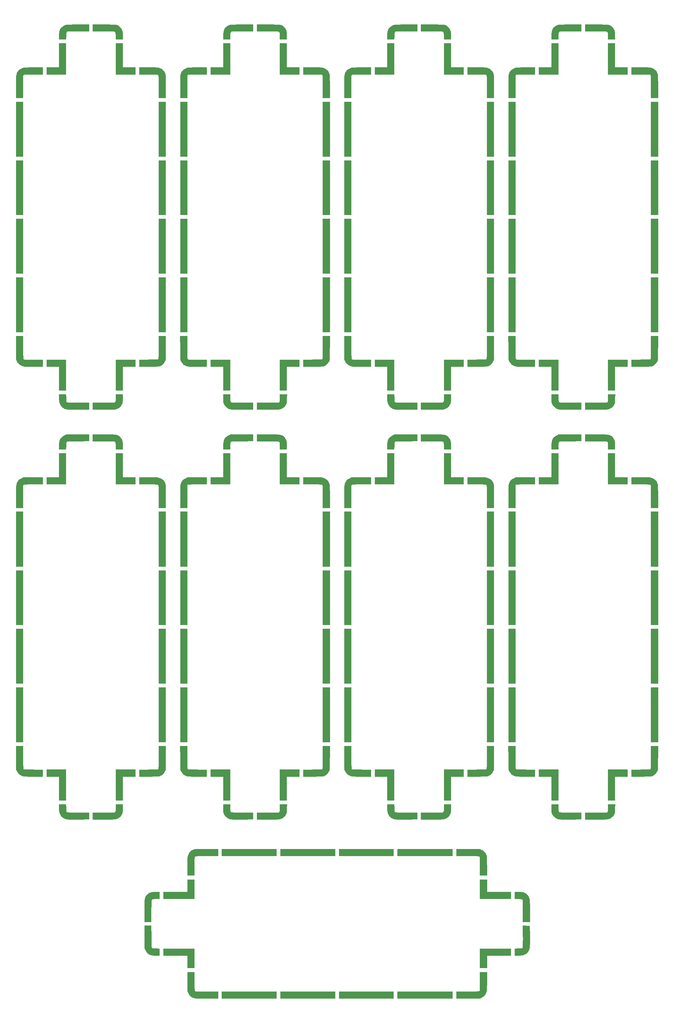
<source format=gbr>
%TF.GenerationSoftware,KiCad,Pcbnew,6.0.11-2627ca5db0~126~ubuntu22.04.1*%
%TF.CreationDate,2025-08-28T10:11:21+02:00*%
%TF.ProjectId,LaserLid,4c617365-724c-4696-942e-6b696361645f,rev?*%
%TF.SameCoordinates,Original*%
%TF.FileFunction,Paste,Top*%
%TF.FilePolarity,Positive*%
%FSLAX46Y46*%
G04 Gerber Fmt 4.6, Leading zero omitted, Abs format (unit mm)*
G04 Created by KiCad (PCBNEW 6.0.11-2627ca5db0~126~ubuntu22.04.1) date 2025-08-28 10:11:21*
%MOMM*%
%LPD*%
G01*
G04 APERTURE LIST*
G04 APERTURE END LIST*
%TO.C,G\u002A\u002A\u002A*%
G36*
X131953885Y-299479699D02*
G01*
X116930326Y-299479699D01*
X116930326Y-297506266D01*
X131953885Y-297506266D01*
X131953885Y-299479699D01*
G37*
G36*
X81549371Y-282417333D02*
G01*
X81567670Y-285407599D01*
X81712492Y-285552546D01*
X81776385Y-285608798D01*
X81852124Y-285649005D01*
X81961790Y-285676492D01*
X82127459Y-285694585D01*
X82371210Y-285706612D01*
X82715121Y-285715899D01*
X82810613Y-285717995D01*
X83763910Y-285738496D01*
X83763910Y-287702757D01*
X82952256Y-287702276D01*
X82290917Y-287684051D01*
X81737010Y-287625087D01*
X81275003Y-287517665D01*
X80889368Y-287354070D01*
X80564573Y-287126585D01*
X80285090Y-286827491D01*
X80035388Y-286449074D01*
X79894446Y-286182852D01*
X79657895Y-285704351D01*
X79639703Y-282565709D01*
X79621510Y-279427068D01*
X81531072Y-279427068D01*
X81549371Y-282417333D01*
G37*
G36*
X93376441Y-272169925D02*
G01*
X84782456Y-272169925D01*
X84782456Y-270196491D01*
X91403008Y-270196491D01*
X91403008Y-266758897D01*
X93376441Y-266758897D01*
X93376441Y-272169925D01*
G37*
G36*
X147995990Y-260392982D02*
G01*
X132972431Y-260392982D01*
X132972431Y-258419549D01*
X147995990Y-258419549D01*
X147995990Y-260392982D01*
G37*
G36*
X164101755Y-260392982D02*
G01*
X149014537Y-260392982D01*
X149014537Y-258419549D01*
X164101755Y-258419549D01*
X164101755Y-260392982D01*
G37*
G36*
X173586968Y-270196491D02*
G01*
X180143860Y-270196491D01*
X180143860Y-272169925D01*
X171613534Y-272169925D01*
X171613534Y-266758897D01*
X173586968Y-266758897D01*
X173586968Y-270196491D01*
G37*
G36*
X115911780Y-260392982D02*
G01*
X100824562Y-260392982D01*
X100824562Y-258419549D01*
X115911780Y-258419549D01*
X115911780Y-260392982D01*
G37*
G36*
X147995990Y-299479699D02*
G01*
X132972431Y-299479699D01*
X132972431Y-297506266D01*
X147995990Y-297506266D01*
X147995990Y-299479699D01*
G37*
G36*
X93376441Y-294691099D02*
G01*
X93376984Y-295337235D01*
X93378904Y-295867975D01*
X93382645Y-296295235D01*
X93388648Y-296630934D01*
X93397355Y-296886990D01*
X93409207Y-297075320D01*
X93424647Y-297207843D01*
X93444116Y-297296476D01*
X93468055Y-297390000D01*
X93570000Y-297480000D01*
X93680000Y-297506266D01*
X99869675Y-297506266D01*
X99869675Y-299479699D01*
X96796841Y-299479699D01*
X96086727Y-299479438D01*
X95491647Y-299478358D01*
X94999320Y-299476013D01*
X94597462Y-299471957D01*
X94273791Y-299465745D01*
X94016024Y-299456930D01*
X93811879Y-299445067D01*
X93649072Y-299429710D01*
X93515320Y-299410414D01*
X93398342Y-299386731D01*
X93285855Y-299358218D01*
X93260873Y-299351358D01*
X92833734Y-299205692D01*
X92486844Y-299018228D01*
X92196638Y-298768281D01*
X91939552Y-298435166D01*
X91692022Y-297998199D01*
X91670544Y-297955356D01*
X91434837Y-297481389D01*
X91415693Y-294820143D01*
X91396548Y-292158897D01*
X93376441Y-292158897D01*
X93376441Y-294691099D01*
G37*
G36*
X173586487Y-294562030D02*
G01*
X173584558Y-295155536D01*
X173579265Y-295712327D01*
X173570981Y-296216722D01*
X173560083Y-296653041D01*
X173546943Y-297005604D01*
X173531938Y-297258728D01*
X173519219Y-297376806D01*
X173370660Y-297912709D01*
X173111799Y-298389322D01*
X172748901Y-298798557D01*
X172288234Y-299132328D01*
X172070582Y-299246419D01*
X171645364Y-299447870D01*
X168382832Y-299466990D01*
X165120301Y-299486111D01*
X165120301Y-297506266D01*
X168200717Y-297506266D01*
X168907771Y-297506067D01*
X169498589Y-297505194D01*
X169984252Y-297503229D01*
X170375844Y-297499755D01*
X170684446Y-297494354D01*
X170921140Y-297486610D01*
X171097008Y-297476104D01*
X171223133Y-297462420D01*
X171310595Y-297445141D01*
X171370478Y-297423848D01*
X171470000Y-297360000D01*
X171550000Y-297260000D01*
X171600000Y-297110000D01*
X171617721Y-292158897D01*
X173586968Y-292158897D01*
X173586487Y-294562030D01*
G37*
G36*
X185332081Y-279458897D02*
G01*
X185350187Y-282323559D01*
X185353606Y-283159299D01*
X185352592Y-283878730D01*
X185347178Y-284479800D01*
X185337398Y-284960457D01*
X185323283Y-285318648D01*
X185304867Y-285552321D01*
X185297864Y-285601686D01*
X185145257Y-286139432D01*
X184887561Y-286614357D01*
X184535980Y-287015465D01*
X184101718Y-287331756D01*
X183595980Y-287552232D01*
X183219919Y-287641333D01*
X183010652Y-287664828D01*
X182713390Y-287684153D01*
X182367438Y-287697330D01*
X182012102Y-287702384D01*
X182005890Y-287702388D01*
X181162406Y-287702757D01*
X181162406Y-285738286D01*
X182147026Y-285717890D01*
X182531880Y-285708084D01*
X182809835Y-285695447D01*
X183001310Y-285677485D01*
X183126723Y-285651708D01*
X183206493Y-285615622D01*
X183245146Y-285583861D01*
X183271520Y-285550251D01*
X183293623Y-285499474D01*
X183340000Y-285450000D01*
X183360000Y-285350000D01*
X183370000Y-285220000D01*
X183390000Y-284660000D01*
X183390000Y-283770000D01*
X183400000Y-283350000D01*
X183400000Y-282790000D01*
X183390000Y-282340000D01*
X183394079Y-279423771D01*
X185332081Y-279458897D01*
G37*
G36*
X115911780Y-299479699D02*
G01*
X100824562Y-299479699D01*
X100824562Y-297506266D01*
X115911780Y-297506266D01*
X115911780Y-299479699D01*
G37*
G36*
X182324186Y-270207350D02*
G01*
X182739050Y-270215664D01*
X183049884Y-270225473D01*
X183279965Y-270239780D01*
X183452572Y-270261590D01*
X183590984Y-270293905D01*
X183718478Y-270339730D01*
X183858334Y-270402067D01*
X183867920Y-270406535D01*
X184331338Y-270690856D01*
X184724827Y-271070147D01*
X185032950Y-271524312D01*
X185240275Y-272033254D01*
X185294631Y-272264157D01*
X185312554Y-272429821D01*
X185328054Y-272715511D01*
X185340979Y-273113954D01*
X185351176Y-273617878D01*
X185358491Y-274220009D01*
X185362771Y-274913077D01*
X185363910Y-275555551D01*
X185363910Y-278472180D01*
X183390477Y-278472180D01*
X183390477Y-272540000D01*
X183320000Y-272390000D01*
X183210000Y-272280000D01*
X183099203Y-272223844D01*
X183002117Y-272196204D01*
X182855753Y-272180102D01*
X182637942Y-272172430D01*
X182326513Y-272170078D01*
X182120187Y-272169925D01*
X181162406Y-272169925D01*
X181162406Y-270186380D01*
X182324186Y-270207350D01*
G37*
G36*
X99869675Y-260392982D02*
G01*
X96750376Y-260392982D01*
X96039631Y-260393129D01*
X95445268Y-260393854D01*
X94956353Y-260395586D01*
X94561948Y-260398755D01*
X94251120Y-260403788D01*
X94012932Y-260411116D01*
X93836449Y-260421166D01*
X93710735Y-260434368D01*
X93624854Y-260451151D01*
X93567872Y-260471943D01*
X93528852Y-260497173D01*
X93503760Y-260520301D01*
X93471932Y-260556345D01*
X93445900Y-260602780D01*
X93425082Y-260671820D01*
X93408897Y-260775679D01*
X93396762Y-260926570D01*
X93388097Y-261136706D01*
X93382319Y-261418301D01*
X93378848Y-261783568D01*
X93377101Y-262244722D01*
X93376497Y-262813974D01*
X93376441Y-263193985D01*
X93376441Y-265740351D01*
X91403008Y-265740351D01*
X91404651Y-263178070D01*
X91405280Y-262537862D01*
X91406705Y-262011403D01*
X91409587Y-261585120D01*
X91414584Y-261245444D01*
X91422356Y-260978804D01*
X91433563Y-260771630D01*
X91448862Y-260610351D01*
X91468915Y-260481397D01*
X91494380Y-260371197D01*
X91525916Y-260266181D01*
X91549563Y-260195504D01*
X91793436Y-259644449D01*
X92114805Y-259191857D01*
X92511359Y-258840144D01*
X92980787Y-258591724D01*
X93137077Y-258537204D01*
X93231460Y-258510385D01*
X93335143Y-258487950D01*
X93459812Y-258469514D01*
X93617151Y-258454689D01*
X93818847Y-258443089D01*
X94076587Y-258434327D01*
X94402054Y-258428016D01*
X94806936Y-258423770D01*
X95302919Y-258421201D01*
X95901688Y-258419924D01*
X96614928Y-258419551D01*
X96692389Y-258419549D01*
X99869675Y-258419549D01*
X99869675Y-260392982D01*
G37*
G36*
X180143860Y-287702757D02*
G01*
X173586968Y-287702757D01*
X173586968Y-291140351D01*
X171613534Y-291140351D01*
X171613534Y-285729323D01*
X180143860Y-285729323D01*
X180143860Y-287702757D01*
G37*
G36*
X131953885Y-260392982D02*
G01*
X116930326Y-260392982D01*
X116930326Y-258419549D01*
X131953885Y-258419549D01*
X131953885Y-260392982D01*
G37*
G36*
X171709023Y-258451378D02*
G01*
X172108329Y-258635779D01*
X172484348Y-258863394D01*
X172843768Y-259178024D01*
X173152536Y-259544061D01*
X173376597Y-259925896D01*
X173404225Y-259990846D01*
X173440312Y-260084247D01*
X173470115Y-260175414D01*
X173494350Y-260277257D01*
X173513733Y-260402684D01*
X173528978Y-260564605D01*
X173540803Y-260775929D01*
X173549922Y-261049565D01*
X173557052Y-261398423D01*
X173562907Y-261835410D01*
X173568204Y-262373438D01*
X173573659Y-263025414D01*
X173573864Y-263050752D01*
X173595608Y-265740351D01*
X171617721Y-265740351D01*
X171590000Y-260720000D01*
X171560000Y-260620000D01*
X171460000Y-260510000D01*
X171341037Y-260463427D01*
X171267702Y-260444344D01*
X171160829Y-260429050D01*
X171009336Y-260417127D01*
X170802140Y-260408157D01*
X170528160Y-260401725D01*
X170176313Y-260397412D01*
X169735518Y-260394801D01*
X169194692Y-260393475D01*
X168542754Y-260393017D01*
X168200717Y-260392982D01*
X165120301Y-260392982D01*
X165120301Y-258415188D01*
X171709023Y-258451378D01*
G37*
G36*
X93376441Y-291140351D02*
G01*
X91403008Y-291140351D01*
X91403008Y-287702757D01*
X84782456Y-287702757D01*
X84782456Y-285729323D01*
X93376441Y-285729323D01*
X93376441Y-291140351D01*
G37*
G36*
X164101755Y-299479699D02*
G01*
X149014537Y-299479699D01*
X149014537Y-297506266D01*
X164101755Y-297506266D01*
X164101755Y-299479699D01*
G37*
G36*
X83763910Y-272169925D02*
G01*
X82824938Y-272171949D01*
X82420401Y-272175609D01*
X82123813Y-272188656D01*
X81915843Y-272217204D01*
X81777163Y-272267365D01*
X81688445Y-272345250D01*
X81630360Y-272456974D01*
X81597105Y-272560228D01*
X81583508Y-272671084D01*
X81571130Y-272896952D01*
X81560217Y-273225526D01*
X81551016Y-273644503D01*
X81543772Y-274141580D01*
X81538732Y-274704453D01*
X81536141Y-275320818D01*
X81535840Y-275623013D01*
X81535840Y-278472180D01*
X79626066Y-278472180D01*
X79631401Y-275464286D01*
X79634147Y-274654768D01*
X79639389Y-273966626D01*
X79647274Y-273393938D01*
X79657949Y-272930781D01*
X79671560Y-272571234D01*
X79688254Y-272309377D01*
X79708178Y-272139286D01*
X79714583Y-272106266D01*
X79892145Y-271571671D01*
X80168246Y-271117391D01*
X80540901Y-270745608D01*
X81008126Y-270458505D01*
X81332218Y-270328069D01*
X81505264Y-270276101D01*
X81683187Y-270239545D01*
X81893081Y-270215874D01*
X82162041Y-270202563D01*
X82517161Y-270197084D01*
X82743356Y-270196491D01*
X83763910Y-270196491D01*
X83763910Y-272169925D01*
G37*
G36*
X46393734Y-196953885D02*
G01*
X44420301Y-196953885D01*
X44420301Y-181930326D01*
X46393734Y-181930326D01*
X46393734Y-196953885D01*
G37*
G36*
X64472932Y-146531072D02*
G01*
X61482667Y-146549371D01*
X58492401Y-146567670D01*
X58347454Y-146712492D01*
X58291202Y-146776385D01*
X58250995Y-146852124D01*
X58223508Y-146961790D01*
X58205415Y-147127459D01*
X58193388Y-147371210D01*
X58184101Y-147715121D01*
X58182005Y-147810613D01*
X58161504Y-148763910D01*
X56197243Y-148763910D01*
X56197724Y-147952256D01*
X56215949Y-147290917D01*
X56274913Y-146737010D01*
X56382335Y-146275003D01*
X56545930Y-145889368D01*
X56773415Y-145564573D01*
X57072509Y-145285090D01*
X57450926Y-145035388D01*
X57717148Y-144894446D01*
X58195649Y-144657895D01*
X61334291Y-144639703D01*
X64472932Y-144621510D01*
X64472932Y-146531072D01*
G37*
G36*
X73703509Y-156403008D02*
G01*
X77141103Y-156403008D01*
X77141103Y-158376441D01*
X71730075Y-158376441D01*
X71730075Y-149782456D01*
X73703509Y-149782456D01*
X73703509Y-156403008D01*
G37*
G36*
X85480451Y-212995990D02*
G01*
X83507018Y-212995990D01*
X83507018Y-197972431D01*
X85480451Y-197972431D01*
X85480451Y-212995990D01*
G37*
G36*
X85480451Y-229101755D02*
G01*
X83507018Y-229101755D01*
X83507018Y-214014537D01*
X85480451Y-214014537D01*
X85480451Y-229101755D01*
G37*
G36*
X77141103Y-238586968D02*
G01*
X73703509Y-238586968D01*
X73703509Y-245143860D01*
X71730075Y-245143860D01*
X71730075Y-236613534D01*
X77141103Y-236613534D01*
X77141103Y-238586968D01*
G37*
G36*
X85480451Y-180911780D02*
G01*
X83507018Y-180911780D01*
X83507018Y-165824562D01*
X85480451Y-165824562D01*
X85480451Y-180911780D01*
G37*
G36*
X46393734Y-212995990D02*
G01*
X44420301Y-212995990D01*
X44420301Y-197972431D01*
X46393734Y-197972431D01*
X46393734Y-212995990D01*
G37*
G36*
X51741103Y-158376441D02*
G01*
X49208901Y-158376441D01*
X48562765Y-158376984D01*
X48032025Y-158378904D01*
X47604765Y-158382645D01*
X47269066Y-158388648D01*
X47013010Y-158397355D01*
X46824680Y-158409207D01*
X46692157Y-158424647D01*
X46603524Y-158444116D01*
X46510000Y-158468055D01*
X46420000Y-158570000D01*
X46393734Y-158680000D01*
X46393734Y-164869675D01*
X44420301Y-164869675D01*
X44420301Y-161796841D01*
X44420562Y-161086727D01*
X44421642Y-160491647D01*
X44423987Y-159999320D01*
X44428043Y-159597462D01*
X44434255Y-159273791D01*
X44443070Y-159016024D01*
X44454933Y-158811879D01*
X44470290Y-158649072D01*
X44489586Y-158515320D01*
X44513269Y-158398342D01*
X44541782Y-158285855D01*
X44548642Y-158260873D01*
X44694308Y-157833734D01*
X44881772Y-157486844D01*
X45131719Y-157196638D01*
X45464834Y-156939552D01*
X45901801Y-156692022D01*
X45944644Y-156670544D01*
X46418611Y-156434837D01*
X49079857Y-156415693D01*
X51741103Y-156396548D01*
X51741103Y-158376441D01*
G37*
G36*
X46393734Y-233200717D02*
G01*
X46393933Y-233907771D01*
X46394806Y-234498589D01*
X46396771Y-234984252D01*
X46400245Y-235375844D01*
X46405646Y-235684446D01*
X46413390Y-235921140D01*
X46423896Y-236097008D01*
X46437580Y-236223133D01*
X46454859Y-236310595D01*
X46476152Y-236370478D01*
X46540000Y-236470000D01*
X46640000Y-236550000D01*
X46790000Y-236600000D01*
X51741103Y-236617721D01*
X51741103Y-238586968D01*
X49337970Y-238586487D01*
X48744464Y-238584558D01*
X48187673Y-238579265D01*
X47683278Y-238570981D01*
X47246959Y-238560083D01*
X46894396Y-238546943D01*
X46641272Y-238531938D01*
X46523194Y-238519219D01*
X45987291Y-238370660D01*
X45510678Y-238111799D01*
X45101443Y-237748901D01*
X44767672Y-237288234D01*
X44653581Y-237070582D01*
X44452130Y-236645364D01*
X44433010Y-233382832D01*
X44413889Y-230120301D01*
X46393734Y-230120301D01*
X46393734Y-233200717D01*
G37*
G36*
X58182110Y-247147026D02*
G01*
X58191916Y-247531880D01*
X58204553Y-247809835D01*
X58222515Y-248001310D01*
X58248292Y-248126723D01*
X58284378Y-248206493D01*
X58316139Y-248245146D01*
X58349749Y-248271520D01*
X58400526Y-248293623D01*
X58450000Y-248340000D01*
X58550000Y-248360000D01*
X58680000Y-248370000D01*
X59240000Y-248390000D01*
X60130000Y-248390000D01*
X60550000Y-248400000D01*
X61110000Y-248400000D01*
X61560000Y-248390000D01*
X64476229Y-248394079D01*
X64441103Y-250332081D01*
X61576441Y-250350187D01*
X60740701Y-250353606D01*
X60021270Y-250352592D01*
X59420200Y-250347178D01*
X58939543Y-250337398D01*
X58581352Y-250323283D01*
X58347679Y-250304867D01*
X58298314Y-250297864D01*
X57760568Y-250145257D01*
X57285643Y-249887561D01*
X56884535Y-249535980D01*
X56568244Y-249101718D01*
X56347768Y-248595980D01*
X56258667Y-248219919D01*
X56235172Y-248010652D01*
X56215847Y-247713390D01*
X56202670Y-247367438D01*
X56197616Y-247012102D01*
X56197612Y-247005890D01*
X56197243Y-246162406D01*
X58161714Y-246162406D01*
X58182110Y-247147026D01*
G37*
G36*
X46393734Y-180911780D02*
G01*
X44420301Y-180911780D01*
X44420301Y-165824562D01*
X46393734Y-165824562D01*
X46393734Y-180911780D01*
G37*
G36*
X73692650Y-247324186D02*
G01*
X73684336Y-247739050D01*
X73674527Y-248049884D01*
X73660220Y-248279965D01*
X73638410Y-248452572D01*
X73606095Y-248590984D01*
X73560270Y-248718478D01*
X73497933Y-248858334D01*
X73493465Y-248867920D01*
X73209144Y-249331338D01*
X72829853Y-249724827D01*
X72375688Y-250032950D01*
X71866746Y-250240275D01*
X71635843Y-250294631D01*
X71470179Y-250312554D01*
X71184489Y-250328054D01*
X70786046Y-250340979D01*
X70282122Y-250351176D01*
X69679991Y-250358491D01*
X68986923Y-250362771D01*
X68344449Y-250363910D01*
X65427820Y-250363910D01*
X65427820Y-248390477D01*
X71360000Y-248390477D01*
X71510000Y-248320000D01*
X71620000Y-248210000D01*
X71676156Y-248099203D01*
X71703796Y-248002117D01*
X71719898Y-247855753D01*
X71727570Y-247637942D01*
X71729922Y-247326513D01*
X71730075Y-247120187D01*
X71730075Y-246162406D01*
X73713620Y-246162406D01*
X73692650Y-247324186D01*
G37*
G36*
X80721930Y-156404651D02*
G01*
X81362138Y-156405280D01*
X81888597Y-156406705D01*
X82314880Y-156409587D01*
X82654556Y-156414584D01*
X82921196Y-156422356D01*
X83128370Y-156433563D01*
X83289649Y-156448862D01*
X83418603Y-156468915D01*
X83528803Y-156494380D01*
X83633819Y-156525916D01*
X83704496Y-156549563D01*
X84255551Y-156793436D01*
X84708143Y-157114805D01*
X85059856Y-157511359D01*
X85308276Y-157980787D01*
X85362796Y-158137077D01*
X85389615Y-158231460D01*
X85412050Y-158335143D01*
X85430486Y-158459812D01*
X85445311Y-158617151D01*
X85456911Y-158818847D01*
X85465673Y-159076587D01*
X85471984Y-159402054D01*
X85476230Y-159806936D01*
X85478799Y-160302919D01*
X85480076Y-160901688D01*
X85480449Y-161614928D01*
X85480451Y-161692389D01*
X85480451Y-164869675D01*
X83507018Y-164869675D01*
X83507018Y-161750376D01*
X83506871Y-161039631D01*
X83506146Y-160445268D01*
X83504414Y-159956353D01*
X83501245Y-159561948D01*
X83496212Y-159251120D01*
X83488884Y-159012932D01*
X83478834Y-158836449D01*
X83465632Y-158710735D01*
X83448849Y-158624854D01*
X83428057Y-158567872D01*
X83402827Y-158528852D01*
X83379699Y-158503760D01*
X83343655Y-158471932D01*
X83297220Y-158445900D01*
X83228180Y-158425082D01*
X83124321Y-158408897D01*
X82973430Y-158396762D01*
X82763294Y-158388097D01*
X82481699Y-158382319D01*
X82116432Y-158378848D01*
X81655278Y-158377101D01*
X81086026Y-158376497D01*
X80706015Y-158376441D01*
X78159649Y-158376441D01*
X78159649Y-156403008D01*
X80721930Y-156404651D01*
G37*
G36*
X58170677Y-245143860D02*
G01*
X56197243Y-245143860D01*
X56197243Y-238586968D01*
X52759649Y-238586968D01*
X52759649Y-236613534D01*
X58170677Y-236613534D01*
X58170677Y-245143860D01*
G37*
G36*
X85480451Y-196953885D02*
G01*
X83507018Y-196953885D01*
X83507018Y-181930326D01*
X85480451Y-181930326D01*
X85480451Y-196953885D01*
G37*
G36*
X85448622Y-236709023D02*
G01*
X85264221Y-237108329D01*
X85036606Y-237484348D01*
X84721976Y-237843768D01*
X84355939Y-238152536D01*
X83974104Y-238376597D01*
X83909154Y-238404225D01*
X83815753Y-238440312D01*
X83724586Y-238470115D01*
X83622743Y-238494350D01*
X83497316Y-238513733D01*
X83335395Y-238528978D01*
X83124071Y-238540803D01*
X82850435Y-238549922D01*
X82501577Y-238557052D01*
X82064590Y-238562907D01*
X81526562Y-238568204D01*
X80874586Y-238573659D01*
X80849248Y-238573864D01*
X78159649Y-238595608D01*
X78159649Y-236617721D01*
X83180000Y-236590000D01*
X83280000Y-236560000D01*
X83390000Y-236460000D01*
X83436573Y-236341037D01*
X83455656Y-236267702D01*
X83470950Y-236160829D01*
X83482873Y-236009336D01*
X83491843Y-235802140D01*
X83498275Y-235528160D01*
X83502588Y-235176313D01*
X83505199Y-234735518D01*
X83506525Y-234194692D01*
X83506983Y-233542754D01*
X83507018Y-233200717D01*
X83507018Y-230120301D01*
X85484812Y-230120301D01*
X85448622Y-236709023D01*
G37*
G36*
X58170677Y-158376441D02*
G01*
X52759649Y-158376441D01*
X52759649Y-156403008D01*
X56197243Y-156403008D01*
X56197243Y-149782456D01*
X58170677Y-149782456D01*
X58170677Y-158376441D01*
G37*
G36*
X46393734Y-229101755D02*
G01*
X44420301Y-229101755D01*
X44420301Y-214014537D01*
X46393734Y-214014537D01*
X46393734Y-229101755D01*
G37*
G36*
X68435714Y-144631401D02*
G01*
X69245232Y-144634147D01*
X69933374Y-144639389D01*
X70506062Y-144647274D01*
X70969219Y-144657949D01*
X71328766Y-144671560D01*
X71590623Y-144688254D01*
X71760714Y-144708178D01*
X71793734Y-144714583D01*
X72328329Y-144892145D01*
X72782609Y-145168246D01*
X73154392Y-145540901D01*
X73441495Y-146008126D01*
X73571931Y-146332218D01*
X73623899Y-146505264D01*
X73660455Y-146683187D01*
X73684126Y-146893081D01*
X73697437Y-147162041D01*
X73702916Y-147517161D01*
X73703509Y-147743356D01*
X73703509Y-148763910D01*
X71730075Y-148763910D01*
X71728051Y-147824938D01*
X71724391Y-147420401D01*
X71711344Y-147123813D01*
X71682796Y-146915843D01*
X71632635Y-146777163D01*
X71554750Y-146688445D01*
X71443026Y-146630360D01*
X71339772Y-146597105D01*
X71228916Y-146583508D01*
X71003048Y-146571130D01*
X70674474Y-146560217D01*
X70255497Y-146551016D01*
X69758420Y-146543772D01*
X69195547Y-146538732D01*
X68579182Y-146536141D01*
X68276987Y-146535840D01*
X65427820Y-146535840D01*
X65427820Y-144626066D01*
X68435714Y-144631401D01*
G37*
G36*
X136393734Y-196953885D02*
G01*
X134420301Y-196953885D01*
X134420301Y-181930326D01*
X136393734Y-181930326D01*
X136393734Y-196953885D01*
G37*
G36*
X154472932Y-146531072D02*
G01*
X151482667Y-146549371D01*
X148492401Y-146567670D01*
X148347454Y-146712492D01*
X148291202Y-146776385D01*
X148250995Y-146852124D01*
X148223508Y-146961790D01*
X148205415Y-147127459D01*
X148193388Y-147371210D01*
X148184101Y-147715121D01*
X148182005Y-147810613D01*
X148161504Y-148763910D01*
X146197243Y-148763910D01*
X146197724Y-147952256D01*
X146215949Y-147290917D01*
X146274913Y-146737010D01*
X146382335Y-146275003D01*
X146545930Y-145889368D01*
X146773415Y-145564573D01*
X147072509Y-145285090D01*
X147450926Y-145035388D01*
X147717148Y-144894446D01*
X148195649Y-144657895D01*
X151334291Y-144639703D01*
X154472932Y-144621510D01*
X154472932Y-146531072D01*
G37*
G36*
X163703509Y-156403008D02*
G01*
X167141103Y-156403008D01*
X167141103Y-158376441D01*
X161730075Y-158376441D01*
X161730075Y-149782456D01*
X163703509Y-149782456D01*
X163703509Y-156403008D01*
G37*
G36*
X175480451Y-212995990D02*
G01*
X173507018Y-212995990D01*
X173507018Y-197972431D01*
X175480451Y-197972431D01*
X175480451Y-212995990D01*
G37*
G36*
X175480451Y-229101755D02*
G01*
X173507018Y-229101755D01*
X173507018Y-214014537D01*
X175480451Y-214014537D01*
X175480451Y-229101755D01*
G37*
G36*
X167141103Y-238586968D02*
G01*
X163703509Y-238586968D01*
X163703509Y-245143860D01*
X161730075Y-245143860D01*
X161730075Y-236613534D01*
X167141103Y-236613534D01*
X167141103Y-238586968D01*
G37*
G36*
X175480451Y-180911780D02*
G01*
X173507018Y-180911780D01*
X173507018Y-165824562D01*
X175480451Y-165824562D01*
X175480451Y-180911780D01*
G37*
G36*
X136393734Y-212995990D02*
G01*
X134420301Y-212995990D01*
X134420301Y-197972431D01*
X136393734Y-197972431D01*
X136393734Y-212995990D01*
G37*
G36*
X141741103Y-158376441D02*
G01*
X139208901Y-158376441D01*
X138562765Y-158376984D01*
X138032025Y-158378904D01*
X137604765Y-158382645D01*
X137269066Y-158388648D01*
X137013010Y-158397355D01*
X136824680Y-158409207D01*
X136692157Y-158424647D01*
X136603524Y-158444116D01*
X136510000Y-158468055D01*
X136420000Y-158570000D01*
X136393734Y-158680000D01*
X136393734Y-164869675D01*
X134420301Y-164869675D01*
X134420301Y-161796841D01*
X134420562Y-161086727D01*
X134421642Y-160491647D01*
X134423987Y-159999320D01*
X134428043Y-159597462D01*
X134434255Y-159273791D01*
X134443070Y-159016024D01*
X134454933Y-158811879D01*
X134470290Y-158649072D01*
X134489586Y-158515320D01*
X134513269Y-158398342D01*
X134541782Y-158285855D01*
X134548642Y-158260873D01*
X134694308Y-157833734D01*
X134881772Y-157486844D01*
X135131719Y-157196638D01*
X135464834Y-156939552D01*
X135901801Y-156692022D01*
X135944644Y-156670544D01*
X136418611Y-156434837D01*
X139079857Y-156415693D01*
X141741103Y-156396548D01*
X141741103Y-158376441D01*
G37*
G36*
X136393734Y-233200717D02*
G01*
X136393933Y-233907771D01*
X136394806Y-234498589D01*
X136396771Y-234984252D01*
X136400245Y-235375844D01*
X136405646Y-235684446D01*
X136413390Y-235921140D01*
X136423896Y-236097008D01*
X136437580Y-236223133D01*
X136454859Y-236310595D01*
X136476152Y-236370478D01*
X136540000Y-236470000D01*
X136640000Y-236550000D01*
X136790000Y-236600000D01*
X141741103Y-236617721D01*
X141741103Y-238586968D01*
X139337970Y-238586487D01*
X138744464Y-238584558D01*
X138187673Y-238579265D01*
X137683278Y-238570981D01*
X137246959Y-238560083D01*
X136894396Y-238546943D01*
X136641272Y-238531938D01*
X136523194Y-238519219D01*
X135987291Y-238370660D01*
X135510678Y-238111799D01*
X135101443Y-237748901D01*
X134767672Y-237288234D01*
X134653581Y-237070582D01*
X134452130Y-236645364D01*
X134433010Y-233382832D01*
X134413889Y-230120301D01*
X136393734Y-230120301D01*
X136393734Y-233200717D01*
G37*
G36*
X148182110Y-247147026D02*
G01*
X148191916Y-247531880D01*
X148204553Y-247809835D01*
X148222515Y-248001310D01*
X148248292Y-248126723D01*
X148284378Y-248206493D01*
X148316139Y-248245146D01*
X148349749Y-248271520D01*
X148400526Y-248293623D01*
X148450000Y-248340000D01*
X148550000Y-248360000D01*
X148680000Y-248370000D01*
X149240000Y-248390000D01*
X150130000Y-248390000D01*
X150550000Y-248400000D01*
X151110000Y-248400000D01*
X151560000Y-248390000D01*
X154476229Y-248394079D01*
X154441103Y-250332081D01*
X151576441Y-250350187D01*
X150740701Y-250353606D01*
X150021270Y-250352592D01*
X149420200Y-250347178D01*
X148939543Y-250337398D01*
X148581352Y-250323283D01*
X148347679Y-250304867D01*
X148298314Y-250297864D01*
X147760568Y-250145257D01*
X147285643Y-249887561D01*
X146884535Y-249535980D01*
X146568244Y-249101718D01*
X146347768Y-248595980D01*
X146258667Y-248219919D01*
X146235172Y-248010652D01*
X146215847Y-247713390D01*
X146202670Y-247367438D01*
X146197616Y-247012102D01*
X146197612Y-247005890D01*
X146197243Y-246162406D01*
X148161714Y-246162406D01*
X148182110Y-247147026D01*
G37*
G36*
X136393734Y-180911780D02*
G01*
X134420301Y-180911780D01*
X134420301Y-165824562D01*
X136393734Y-165824562D01*
X136393734Y-180911780D01*
G37*
G36*
X163692650Y-247324186D02*
G01*
X163684336Y-247739050D01*
X163674527Y-248049884D01*
X163660220Y-248279965D01*
X163638410Y-248452572D01*
X163606095Y-248590984D01*
X163560270Y-248718478D01*
X163497933Y-248858334D01*
X163493465Y-248867920D01*
X163209144Y-249331338D01*
X162829853Y-249724827D01*
X162375688Y-250032950D01*
X161866746Y-250240275D01*
X161635843Y-250294631D01*
X161470179Y-250312554D01*
X161184489Y-250328054D01*
X160786046Y-250340979D01*
X160282122Y-250351176D01*
X159679991Y-250358491D01*
X158986923Y-250362771D01*
X158344449Y-250363910D01*
X155427820Y-250363910D01*
X155427820Y-248390477D01*
X161360000Y-248390477D01*
X161510000Y-248320000D01*
X161620000Y-248210000D01*
X161676156Y-248099203D01*
X161703796Y-248002117D01*
X161719898Y-247855753D01*
X161727570Y-247637942D01*
X161729922Y-247326513D01*
X161730075Y-247120187D01*
X161730075Y-246162406D01*
X163713620Y-246162406D01*
X163692650Y-247324186D01*
G37*
G36*
X170721930Y-156404651D02*
G01*
X171362138Y-156405280D01*
X171888597Y-156406705D01*
X172314880Y-156409587D01*
X172654556Y-156414584D01*
X172921196Y-156422356D01*
X173128370Y-156433563D01*
X173289649Y-156448862D01*
X173418603Y-156468915D01*
X173528803Y-156494380D01*
X173633819Y-156525916D01*
X173704496Y-156549563D01*
X174255551Y-156793436D01*
X174708143Y-157114805D01*
X175059856Y-157511359D01*
X175308276Y-157980787D01*
X175362796Y-158137077D01*
X175389615Y-158231460D01*
X175412050Y-158335143D01*
X175430486Y-158459812D01*
X175445311Y-158617151D01*
X175456911Y-158818847D01*
X175465673Y-159076587D01*
X175471984Y-159402054D01*
X175476230Y-159806936D01*
X175478799Y-160302919D01*
X175480076Y-160901688D01*
X175480449Y-161614928D01*
X175480451Y-161692389D01*
X175480451Y-164869675D01*
X173507018Y-164869675D01*
X173507018Y-161750376D01*
X173506871Y-161039631D01*
X173506146Y-160445268D01*
X173504414Y-159956353D01*
X173501245Y-159561948D01*
X173496212Y-159251120D01*
X173488884Y-159012932D01*
X173478834Y-158836449D01*
X173465632Y-158710735D01*
X173448849Y-158624854D01*
X173428057Y-158567872D01*
X173402827Y-158528852D01*
X173379699Y-158503760D01*
X173343655Y-158471932D01*
X173297220Y-158445900D01*
X173228180Y-158425082D01*
X173124321Y-158408897D01*
X172973430Y-158396762D01*
X172763294Y-158388097D01*
X172481699Y-158382319D01*
X172116432Y-158378848D01*
X171655278Y-158377101D01*
X171086026Y-158376497D01*
X170706015Y-158376441D01*
X168159649Y-158376441D01*
X168159649Y-156403008D01*
X170721930Y-156404651D01*
G37*
G36*
X148170677Y-245143860D02*
G01*
X146197243Y-245143860D01*
X146197243Y-238586968D01*
X142759649Y-238586968D01*
X142759649Y-236613534D01*
X148170677Y-236613534D01*
X148170677Y-245143860D01*
G37*
G36*
X175480451Y-196953885D02*
G01*
X173507018Y-196953885D01*
X173507018Y-181930326D01*
X175480451Y-181930326D01*
X175480451Y-196953885D01*
G37*
G36*
X175448622Y-236709023D02*
G01*
X175264221Y-237108329D01*
X175036606Y-237484348D01*
X174721976Y-237843768D01*
X174355939Y-238152536D01*
X173974104Y-238376597D01*
X173909154Y-238404225D01*
X173815753Y-238440312D01*
X173724586Y-238470115D01*
X173622743Y-238494350D01*
X173497316Y-238513733D01*
X173335395Y-238528978D01*
X173124071Y-238540803D01*
X172850435Y-238549922D01*
X172501577Y-238557052D01*
X172064590Y-238562907D01*
X171526562Y-238568204D01*
X170874586Y-238573659D01*
X170849248Y-238573864D01*
X168159649Y-238595608D01*
X168159649Y-236617721D01*
X173180000Y-236590000D01*
X173280000Y-236560000D01*
X173390000Y-236460000D01*
X173436573Y-236341037D01*
X173455656Y-236267702D01*
X173470950Y-236160829D01*
X173482873Y-236009336D01*
X173491843Y-235802140D01*
X173498275Y-235528160D01*
X173502588Y-235176313D01*
X173505199Y-234735518D01*
X173506525Y-234194692D01*
X173506983Y-233542754D01*
X173507018Y-233200717D01*
X173507018Y-230120301D01*
X175484812Y-230120301D01*
X175448622Y-236709023D01*
G37*
G36*
X148170677Y-158376441D02*
G01*
X142759649Y-158376441D01*
X142759649Y-156403008D01*
X146197243Y-156403008D01*
X146197243Y-149782456D01*
X148170677Y-149782456D01*
X148170677Y-158376441D01*
G37*
G36*
X136393734Y-229101755D02*
G01*
X134420301Y-229101755D01*
X134420301Y-214014537D01*
X136393734Y-214014537D01*
X136393734Y-229101755D01*
G37*
G36*
X158435714Y-144631401D02*
G01*
X159245232Y-144634147D01*
X159933374Y-144639389D01*
X160506062Y-144647274D01*
X160969219Y-144657949D01*
X161328766Y-144671560D01*
X161590623Y-144688254D01*
X161760714Y-144708178D01*
X161793734Y-144714583D01*
X162328329Y-144892145D01*
X162782609Y-145168246D01*
X163154392Y-145540901D01*
X163441495Y-146008126D01*
X163571931Y-146332218D01*
X163623899Y-146505264D01*
X163660455Y-146683187D01*
X163684126Y-146893081D01*
X163697437Y-147162041D01*
X163702916Y-147517161D01*
X163703509Y-147743356D01*
X163703509Y-148763910D01*
X161730075Y-148763910D01*
X161728051Y-147824938D01*
X161724391Y-147420401D01*
X161711344Y-147123813D01*
X161682796Y-146915843D01*
X161632635Y-146777163D01*
X161554750Y-146688445D01*
X161443026Y-146630360D01*
X161339772Y-146597105D01*
X161228916Y-146583508D01*
X161003048Y-146571130D01*
X160674474Y-146560217D01*
X160255497Y-146551016D01*
X159758420Y-146543772D01*
X159195547Y-146538732D01*
X158579182Y-146536141D01*
X158276987Y-146535840D01*
X155427820Y-146535840D01*
X155427820Y-144626066D01*
X158435714Y-144631401D01*
G37*
G36*
X91393734Y-196953885D02*
G01*
X89420301Y-196953885D01*
X89420301Y-181930326D01*
X91393734Y-181930326D01*
X91393734Y-196953885D01*
G37*
G36*
X109472932Y-146531072D02*
G01*
X106482667Y-146549371D01*
X103492401Y-146567670D01*
X103347454Y-146712492D01*
X103291202Y-146776385D01*
X103250995Y-146852124D01*
X103223508Y-146961790D01*
X103205415Y-147127459D01*
X103193388Y-147371210D01*
X103184101Y-147715121D01*
X103182005Y-147810613D01*
X103161504Y-148763910D01*
X101197243Y-148763910D01*
X101197724Y-147952256D01*
X101215949Y-147290917D01*
X101274913Y-146737010D01*
X101382335Y-146275003D01*
X101545930Y-145889368D01*
X101773415Y-145564573D01*
X102072509Y-145285090D01*
X102450926Y-145035388D01*
X102717148Y-144894446D01*
X103195649Y-144657895D01*
X106334291Y-144639703D01*
X109472932Y-144621510D01*
X109472932Y-146531072D01*
G37*
G36*
X118703509Y-156403008D02*
G01*
X122141103Y-156403008D01*
X122141103Y-158376441D01*
X116730075Y-158376441D01*
X116730075Y-149782456D01*
X118703509Y-149782456D01*
X118703509Y-156403008D01*
G37*
G36*
X130480451Y-212995990D02*
G01*
X128507018Y-212995990D01*
X128507018Y-197972431D01*
X130480451Y-197972431D01*
X130480451Y-212995990D01*
G37*
G36*
X130480451Y-229101755D02*
G01*
X128507018Y-229101755D01*
X128507018Y-214014537D01*
X130480451Y-214014537D01*
X130480451Y-229101755D01*
G37*
G36*
X122141103Y-238586968D02*
G01*
X118703509Y-238586968D01*
X118703509Y-245143860D01*
X116730075Y-245143860D01*
X116730075Y-236613534D01*
X122141103Y-236613534D01*
X122141103Y-238586968D01*
G37*
G36*
X130480451Y-180911780D02*
G01*
X128507018Y-180911780D01*
X128507018Y-165824562D01*
X130480451Y-165824562D01*
X130480451Y-180911780D01*
G37*
G36*
X91393734Y-212995990D02*
G01*
X89420301Y-212995990D01*
X89420301Y-197972431D01*
X91393734Y-197972431D01*
X91393734Y-212995990D01*
G37*
G36*
X96741103Y-158376441D02*
G01*
X94208901Y-158376441D01*
X93562765Y-158376984D01*
X93032025Y-158378904D01*
X92604765Y-158382645D01*
X92269066Y-158388648D01*
X92013010Y-158397355D01*
X91824680Y-158409207D01*
X91692157Y-158424647D01*
X91603524Y-158444116D01*
X91510000Y-158468055D01*
X91420000Y-158570000D01*
X91393734Y-158680000D01*
X91393734Y-164869675D01*
X89420301Y-164869675D01*
X89420301Y-161796841D01*
X89420562Y-161086727D01*
X89421642Y-160491647D01*
X89423987Y-159999320D01*
X89428043Y-159597462D01*
X89434255Y-159273791D01*
X89443070Y-159016024D01*
X89454933Y-158811879D01*
X89470290Y-158649072D01*
X89489586Y-158515320D01*
X89513269Y-158398342D01*
X89541782Y-158285855D01*
X89548642Y-158260873D01*
X89694308Y-157833734D01*
X89881772Y-157486844D01*
X90131719Y-157196638D01*
X90464834Y-156939552D01*
X90901801Y-156692022D01*
X90944644Y-156670544D01*
X91418611Y-156434837D01*
X94079857Y-156415693D01*
X96741103Y-156396548D01*
X96741103Y-158376441D01*
G37*
G36*
X91393734Y-233200717D02*
G01*
X91393933Y-233907771D01*
X91394806Y-234498589D01*
X91396771Y-234984252D01*
X91400245Y-235375844D01*
X91405646Y-235684446D01*
X91413390Y-235921140D01*
X91423896Y-236097008D01*
X91437580Y-236223133D01*
X91454859Y-236310595D01*
X91476152Y-236370478D01*
X91540000Y-236470000D01*
X91640000Y-236550000D01*
X91790000Y-236600000D01*
X96741103Y-236617721D01*
X96741103Y-238586968D01*
X94337970Y-238586487D01*
X93744464Y-238584558D01*
X93187673Y-238579265D01*
X92683278Y-238570981D01*
X92246959Y-238560083D01*
X91894396Y-238546943D01*
X91641272Y-238531938D01*
X91523194Y-238519219D01*
X90987291Y-238370660D01*
X90510678Y-238111799D01*
X90101443Y-237748901D01*
X89767672Y-237288234D01*
X89653581Y-237070582D01*
X89452130Y-236645364D01*
X89433010Y-233382832D01*
X89413889Y-230120301D01*
X91393734Y-230120301D01*
X91393734Y-233200717D01*
G37*
G36*
X103182110Y-247147026D02*
G01*
X103191916Y-247531880D01*
X103204553Y-247809835D01*
X103222515Y-248001310D01*
X103248292Y-248126723D01*
X103284378Y-248206493D01*
X103316139Y-248245146D01*
X103349749Y-248271520D01*
X103400526Y-248293623D01*
X103450000Y-248340000D01*
X103550000Y-248360000D01*
X103680000Y-248370000D01*
X104240000Y-248390000D01*
X105130000Y-248390000D01*
X105550000Y-248400000D01*
X106110000Y-248400000D01*
X106560000Y-248390000D01*
X109476229Y-248394079D01*
X109441103Y-250332081D01*
X106576441Y-250350187D01*
X105740701Y-250353606D01*
X105021270Y-250352592D01*
X104420200Y-250347178D01*
X103939543Y-250337398D01*
X103581352Y-250323283D01*
X103347679Y-250304867D01*
X103298314Y-250297864D01*
X102760568Y-250145257D01*
X102285643Y-249887561D01*
X101884535Y-249535980D01*
X101568244Y-249101718D01*
X101347768Y-248595980D01*
X101258667Y-248219919D01*
X101235172Y-248010652D01*
X101215847Y-247713390D01*
X101202670Y-247367438D01*
X101197616Y-247012102D01*
X101197612Y-247005890D01*
X101197243Y-246162406D01*
X103161714Y-246162406D01*
X103182110Y-247147026D01*
G37*
G36*
X91393734Y-180911780D02*
G01*
X89420301Y-180911780D01*
X89420301Y-165824562D01*
X91393734Y-165824562D01*
X91393734Y-180911780D01*
G37*
G36*
X118692650Y-247324186D02*
G01*
X118684336Y-247739050D01*
X118674527Y-248049884D01*
X118660220Y-248279965D01*
X118638410Y-248452572D01*
X118606095Y-248590984D01*
X118560270Y-248718478D01*
X118497933Y-248858334D01*
X118493465Y-248867920D01*
X118209144Y-249331338D01*
X117829853Y-249724827D01*
X117375688Y-250032950D01*
X116866746Y-250240275D01*
X116635843Y-250294631D01*
X116470179Y-250312554D01*
X116184489Y-250328054D01*
X115786046Y-250340979D01*
X115282122Y-250351176D01*
X114679991Y-250358491D01*
X113986923Y-250362771D01*
X113344449Y-250363910D01*
X110427820Y-250363910D01*
X110427820Y-248390477D01*
X116360000Y-248390477D01*
X116510000Y-248320000D01*
X116620000Y-248210000D01*
X116676156Y-248099203D01*
X116703796Y-248002117D01*
X116719898Y-247855753D01*
X116727570Y-247637942D01*
X116729922Y-247326513D01*
X116730075Y-247120187D01*
X116730075Y-246162406D01*
X118713620Y-246162406D01*
X118692650Y-247324186D01*
G37*
G36*
X125721930Y-156404651D02*
G01*
X126362138Y-156405280D01*
X126888597Y-156406705D01*
X127314880Y-156409587D01*
X127654556Y-156414584D01*
X127921196Y-156422356D01*
X128128370Y-156433563D01*
X128289649Y-156448862D01*
X128418603Y-156468915D01*
X128528803Y-156494380D01*
X128633819Y-156525916D01*
X128704496Y-156549563D01*
X129255551Y-156793436D01*
X129708143Y-157114805D01*
X130059856Y-157511359D01*
X130308276Y-157980787D01*
X130362796Y-158137077D01*
X130389615Y-158231460D01*
X130412050Y-158335143D01*
X130430486Y-158459812D01*
X130445311Y-158617151D01*
X130456911Y-158818847D01*
X130465673Y-159076587D01*
X130471984Y-159402054D01*
X130476230Y-159806936D01*
X130478799Y-160302919D01*
X130480076Y-160901688D01*
X130480449Y-161614928D01*
X130480451Y-161692389D01*
X130480451Y-164869675D01*
X128507018Y-164869675D01*
X128507018Y-161750376D01*
X128506871Y-161039631D01*
X128506146Y-160445268D01*
X128504414Y-159956353D01*
X128501245Y-159561948D01*
X128496212Y-159251120D01*
X128488884Y-159012932D01*
X128478834Y-158836449D01*
X128465632Y-158710735D01*
X128448849Y-158624854D01*
X128428057Y-158567872D01*
X128402827Y-158528852D01*
X128379699Y-158503760D01*
X128343655Y-158471932D01*
X128297220Y-158445900D01*
X128228180Y-158425082D01*
X128124321Y-158408897D01*
X127973430Y-158396762D01*
X127763294Y-158388097D01*
X127481699Y-158382319D01*
X127116432Y-158378848D01*
X126655278Y-158377101D01*
X126086026Y-158376497D01*
X125706015Y-158376441D01*
X123159649Y-158376441D01*
X123159649Y-156403008D01*
X125721930Y-156404651D01*
G37*
G36*
X103170677Y-245143860D02*
G01*
X101197243Y-245143860D01*
X101197243Y-238586968D01*
X97759649Y-238586968D01*
X97759649Y-236613534D01*
X103170677Y-236613534D01*
X103170677Y-245143860D01*
G37*
G36*
X130480451Y-196953885D02*
G01*
X128507018Y-196953885D01*
X128507018Y-181930326D01*
X130480451Y-181930326D01*
X130480451Y-196953885D01*
G37*
G36*
X130448622Y-236709023D02*
G01*
X130264221Y-237108329D01*
X130036606Y-237484348D01*
X129721976Y-237843768D01*
X129355939Y-238152536D01*
X128974104Y-238376597D01*
X128909154Y-238404225D01*
X128815753Y-238440312D01*
X128724586Y-238470115D01*
X128622743Y-238494350D01*
X128497316Y-238513733D01*
X128335395Y-238528978D01*
X128124071Y-238540803D01*
X127850435Y-238549922D01*
X127501577Y-238557052D01*
X127064590Y-238562907D01*
X126526562Y-238568204D01*
X125874586Y-238573659D01*
X125849248Y-238573864D01*
X123159649Y-238595608D01*
X123159649Y-236617721D01*
X128180000Y-236590000D01*
X128280000Y-236560000D01*
X128390000Y-236460000D01*
X128436573Y-236341037D01*
X128455656Y-236267702D01*
X128470950Y-236160829D01*
X128482873Y-236009336D01*
X128491843Y-235802140D01*
X128498275Y-235528160D01*
X128502588Y-235176313D01*
X128505199Y-234735518D01*
X128506525Y-234194692D01*
X128506983Y-233542754D01*
X128507018Y-233200717D01*
X128507018Y-230120301D01*
X130484812Y-230120301D01*
X130448622Y-236709023D01*
G37*
G36*
X103170677Y-158376441D02*
G01*
X97759649Y-158376441D01*
X97759649Y-156403008D01*
X101197243Y-156403008D01*
X101197243Y-149782456D01*
X103170677Y-149782456D01*
X103170677Y-158376441D01*
G37*
G36*
X91393734Y-229101755D02*
G01*
X89420301Y-229101755D01*
X89420301Y-214014537D01*
X91393734Y-214014537D01*
X91393734Y-229101755D01*
G37*
G36*
X113435714Y-144631401D02*
G01*
X114245232Y-144634147D01*
X114933374Y-144639389D01*
X115506062Y-144647274D01*
X115969219Y-144657949D01*
X116328766Y-144671560D01*
X116590623Y-144688254D01*
X116760714Y-144708178D01*
X116793734Y-144714583D01*
X117328329Y-144892145D01*
X117782609Y-145168246D01*
X118154392Y-145540901D01*
X118441495Y-146008126D01*
X118571931Y-146332218D01*
X118623899Y-146505264D01*
X118660455Y-146683187D01*
X118684126Y-146893081D01*
X118697437Y-147162041D01*
X118702916Y-147517161D01*
X118703509Y-147743356D01*
X118703509Y-148763910D01*
X116730075Y-148763910D01*
X116728051Y-147824938D01*
X116724391Y-147420401D01*
X116711344Y-147123813D01*
X116682796Y-146915843D01*
X116632635Y-146777163D01*
X116554750Y-146688445D01*
X116443026Y-146630360D01*
X116339772Y-146597105D01*
X116228916Y-146583508D01*
X116003048Y-146571130D01*
X115674474Y-146560217D01*
X115255497Y-146551016D01*
X114758420Y-146543772D01*
X114195547Y-146538732D01*
X113579182Y-146536141D01*
X113276987Y-146535840D01*
X110427820Y-146535840D01*
X110427820Y-144626066D01*
X113435714Y-144631401D01*
G37*
G36*
X181393734Y-196953885D02*
G01*
X179420301Y-196953885D01*
X179420301Y-181930326D01*
X181393734Y-181930326D01*
X181393734Y-196953885D01*
G37*
G36*
X199472932Y-146531072D02*
G01*
X196482667Y-146549371D01*
X193492401Y-146567670D01*
X193347454Y-146712492D01*
X193291202Y-146776385D01*
X193250995Y-146852124D01*
X193223508Y-146961790D01*
X193205415Y-147127459D01*
X193193388Y-147371210D01*
X193184101Y-147715121D01*
X193182005Y-147810613D01*
X193161504Y-148763910D01*
X191197243Y-148763910D01*
X191197724Y-147952256D01*
X191215949Y-147290917D01*
X191274913Y-146737010D01*
X191382335Y-146275003D01*
X191545930Y-145889368D01*
X191773415Y-145564573D01*
X192072509Y-145285090D01*
X192450926Y-145035388D01*
X192717148Y-144894446D01*
X193195649Y-144657895D01*
X196334291Y-144639703D01*
X199472932Y-144621510D01*
X199472932Y-146531072D01*
G37*
G36*
X208703509Y-156403008D02*
G01*
X212141103Y-156403008D01*
X212141103Y-158376441D01*
X206730075Y-158376441D01*
X206730075Y-149782456D01*
X208703509Y-149782456D01*
X208703509Y-156403008D01*
G37*
G36*
X220480451Y-212995990D02*
G01*
X218507018Y-212995990D01*
X218507018Y-197972431D01*
X220480451Y-197972431D01*
X220480451Y-212995990D01*
G37*
G36*
X220480451Y-229101755D02*
G01*
X218507018Y-229101755D01*
X218507018Y-214014537D01*
X220480451Y-214014537D01*
X220480451Y-229101755D01*
G37*
G36*
X212141103Y-238586968D02*
G01*
X208703509Y-238586968D01*
X208703509Y-245143860D01*
X206730075Y-245143860D01*
X206730075Y-236613534D01*
X212141103Y-236613534D01*
X212141103Y-238586968D01*
G37*
G36*
X220480451Y-180911780D02*
G01*
X218507018Y-180911780D01*
X218507018Y-165824562D01*
X220480451Y-165824562D01*
X220480451Y-180911780D01*
G37*
G36*
X181393734Y-212995990D02*
G01*
X179420301Y-212995990D01*
X179420301Y-197972431D01*
X181393734Y-197972431D01*
X181393734Y-212995990D01*
G37*
G36*
X186741103Y-158376441D02*
G01*
X184208901Y-158376441D01*
X183562765Y-158376984D01*
X183032025Y-158378904D01*
X182604765Y-158382645D01*
X182269066Y-158388648D01*
X182013010Y-158397355D01*
X181824680Y-158409207D01*
X181692157Y-158424647D01*
X181603524Y-158444116D01*
X181510000Y-158468055D01*
X181420000Y-158570000D01*
X181393734Y-158680000D01*
X181393734Y-164869675D01*
X179420301Y-164869675D01*
X179420301Y-161796841D01*
X179420562Y-161086727D01*
X179421642Y-160491647D01*
X179423987Y-159999320D01*
X179428043Y-159597462D01*
X179434255Y-159273791D01*
X179443070Y-159016024D01*
X179454933Y-158811879D01*
X179470290Y-158649072D01*
X179489586Y-158515320D01*
X179513269Y-158398342D01*
X179541782Y-158285855D01*
X179548642Y-158260873D01*
X179694308Y-157833734D01*
X179881772Y-157486844D01*
X180131719Y-157196638D01*
X180464834Y-156939552D01*
X180901801Y-156692022D01*
X180944644Y-156670544D01*
X181418611Y-156434837D01*
X184079857Y-156415693D01*
X186741103Y-156396548D01*
X186741103Y-158376441D01*
G37*
G36*
X181393734Y-233200717D02*
G01*
X181393933Y-233907771D01*
X181394806Y-234498589D01*
X181396771Y-234984252D01*
X181400245Y-235375844D01*
X181405646Y-235684446D01*
X181413390Y-235921140D01*
X181423896Y-236097008D01*
X181437580Y-236223133D01*
X181454859Y-236310595D01*
X181476152Y-236370478D01*
X181540000Y-236470000D01*
X181640000Y-236550000D01*
X181790000Y-236600000D01*
X186741103Y-236617721D01*
X186741103Y-238586968D01*
X184337970Y-238586487D01*
X183744464Y-238584558D01*
X183187673Y-238579265D01*
X182683278Y-238570981D01*
X182246959Y-238560083D01*
X181894396Y-238546943D01*
X181641272Y-238531938D01*
X181523194Y-238519219D01*
X180987291Y-238370660D01*
X180510678Y-238111799D01*
X180101443Y-237748901D01*
X179767672Y-237288234D01*
X179653581Y-237070582D01*
X179452130Y-236645364D01*
X179433010Y-233382832D01*
X179413889Y-230120301D01*
X181393734Y-230120301D01*
X181393734Y-233200717D01*
G37*
G36*
X193182110Y-247147026D02*
G01*
X193191916Y-247531880D01*
X193204553Y-247809835D01*
X193222515Y-248001310D01*
X193248292Y-248126723D01*
X193284378Y-248206493D01*
X193316139Y-248245146D01*
X193349749Y-248271520D01*
X193400526Y-248293623D01*
X193450000Y-248340000D01*
X193550000Y-248360000D01*
X193680000Y-248370000D01*
X194240000Y-248390000D01*
X195130000Y-248390000D01*
X195550000Y-248400000D01*
X196110000Y-248400000D01*
X196560000Y-248390000D01*
X199476229Y-248394079D01*
X199441103Y-250332081D01*
X196576441Y-250350187D01*
X195740701Y-250353606D01*
X195021270Y-250352592D01*
X194420200Y-250347178D01*
X193939543Y-250337398D01*
X193581352Y-250323283D01*
X193347679Y-250304867D01*
X193298314Y-250297864D01*
X192760568Y-250145257D01*
X192285643Y-249887561D01*
X191884535Y-249535980D01*
X191568244Y-249101718D01*
X191347768Y-248595980D01*
X191258667Y-248219919D01*
X191235172Y-248010652D01*
X191215847Y-247713390D01*
X191202670Y-247367438D01*
X191197616Y-247012102D01*
X191197612Y-247005890D01*
X191197243Y-246162406D01*
X193161714Y-246162406D01*
X193182110Y-247147026D01*
G37*
G36*
X181393734Y-180911780D02*
G01*
X179420301Y-180911780D01*
X179420301Y-165824562D01*
X181393734Y-165824562D01*
X181393734Y-180911780D01*
G37*
G36*
X208692650Y-247324186D02*
G01*
X208684336Y-247739050D01*
X208674527Y-248049884D01*
X208660220Y-248279965D01*
X208638410Y-248452572D01*
X208606095Y-248590984D01*
X208560270Y-248718478D01*
X208497933Y-248858334D01*
X208493465Y-248867920D01*
X208209144Y-249331338D01*
X207829853Y-249724827D01*
X207375688Y-250032950D01*
X206866746Y-250240275D01*
X206635843Y-250294631D01*
X206470179Y-250312554D01*
X206184489Y-250328054D01*
X205786046Y-250340979D01*
X205282122Y-250351176D01*
X204679991Y-250358491D01*
X203986923Y-250362771D01*
X203344449Y-250363910D01*
X200427820Y-250363910D01*
X200427820Y-248390477D01*
X206360000Y-248390477D01*
X206510000Y-248320000D01*
X206620000Y-248210000D01*
X206676156Y-248099203D01*
X206703796Y-248002117D01*
X206719898Y-247855753D01*
X206727570Y-247637942D01*
X206729922Y-247326513D01*
X206730075Y-247120187D01*
X206730075Y-246162406D01*
X208713620Y-246162406D01*
X208692650Y-247324186D01*
G37*
G36*
X215721930Y-156404651D02*
G01*
X216362138Y-156405280D01*
X216888597Y-156406705D01*
X217314880Y-156409587D01*
X217654556Y-156414584D01*
X217921196Y-156422356D01*
X218128370Y-156433563D01*
X218289649Y-156448862D01*
X218418603Y-156468915D01*
X218528803Y-156494380D01*
X218633819Y-156525916D01*
X218704496Y-156549563D01*
X219255551Y-156793436D01*
X219708143Y-157114805D01*
X220059856Y-157511359D01*
X220308276Y-157980787D01*
X220362796Y-158137077D01*
X220389615Y-158231460D01*
X220412050Y-158335143D01*
X220430486Y-158459812D01*
X220445311Y-158617151D01*
X220456911Y-158818847D01*
X220465673Y-159076587D01*
X220471984Y-159402054D01*
X220476230Y-159806936D01*
X220478799Y-160302919D01*
X220480076Y-160901688D01*
X220480449Y-161614928D01*
X220480451Y-161692389D01*
X220480451Y-164869675D01*
X218507018Y-164869675D01*
X218507018Y-161750376D01*
X218506871Y-161039631D01*
X218506146Y-160445268D01*
X218504414Y-159956353D01*
X218501245Y-159561948D01*
X218496212Y-159251120D01*
X218488884Y-159012932D01*
X218478834Y-158836449D01*
X218465632Y-158710735D01*
X218448849Y-158624854D01*
X218428057Y-158567872D01*
X218402827Y-158528852D01*
X218379699Y-158503760D01*
X218343655Y-158471932D01*
X218297220Y-158445900D01*
X218228180Y-158425082D01*
X218124321Y-158408897D01*
X217973430Y-158396762D01*
X217763294Y-158388097D01*
X217481699Y-158382319D01*
X217116432Y-158378848D01*
X216655278Y-158377101D01*
X216086026Y-158376497D01*
X215706015Y-158376441D01*
X213159649Y-158376441D01*
X213159649Y-156403008D01*
X215721930Y-156404651D01*
G37*
G36*
X193170677Y-245143860D02*
G01*
X191197243Y-245143860D01*
X191197243Y-238586968D01*
X187759649Y-238586968D01*
X187759649Y-236613534D01*
X193170677Y-236613534D01*
X193170677Y-245143860D01*
G37*
G36*
X220480451Y-196953885D02*
G01*
X218507018Y-196953885D01*
X218507018Y-181930326D01*
X220480451Y-181930326D01*
X220480451Y-196953885D01*
G37*
G36*
X220448622Y-236709023D02*
G01*
X220264221Y-237108329D01*
X220036606Y-237484348D01*
X219721976Y-237843768D01*
X219355939Y-238152536D01*
X218974104Y-238376597D01*
X218909154Y-238404225D01*
X218815753Y-238440312D01*
X218724586Y-238470115D01*
X218622743Y-238494350D01*
X218497316Y-238513733D01*
X218335395Y-238528978D01*
X218124071Y-238540803D01*
X217850435Y-238549922D01*
X217501577Y-238557052D01*
X217064590Y-238562907D01*
X216526562Y-238568204D01*
X215874586Y-238573659D01*
X215849248Y-238573864D01*
X213159649Y-238595608D01*
X213159649Y-236617721D01*
X218180000Y-236590000D01*
X218280000Y-236560000D01*
X218390000Y-236460000D01*
X218436573Y-236341037D01*
X218455656Y-236267702D01*
X218470950Y-236160829D01*
X218482873Y-236009336D01*
X218491843Y-235802140D01*
X218498275Y-235528160D01*
X218502588Y-235176313D01*
X218505199Y-234735518D01*
X218506525Y-234194692D01*
X218506983Y-233542754D01*
X218507018Y-233200717D01*
X218507018Y-230120301D01*
X220484812Y-230120301D01*
X220448622Y-236709023D01*
G37*
G36*
X193170677Y-158376441D02*
G01*
X187759649Y-158376441D01*
X187759649Y-156403008D01*
X191197243Y-156403008D01*
X191197243Y-149782456D01*
X193170677Y-149782456D01*
X193170677Y-158376441D01*
G37*
G36*
X181393734Y-229101755D02*
G01*
X179420301Y-229101755D01*
X179420301Y-214014537D01*
X181393734Y-214014537D01*
X181393734Y-229101755D01*
G37*
G36*
X203435714Y-144631401D02*
G01*
X204245232Y-144634147D01*
X204933374Y-144639389D01*
X205506062Y-144647274D01*
X205969219Y-144657949D01*
X206328766Y-144671560D01*
X206590623Y-144688254D01*
X206760714Y-144708178D01*
X206793734Y-144714583D01*
X207328329Y-144892145D01*
X207782609Y-145168246D01*
X208154392Y-145540901D01*
X208441495Y-146008126D01*
X208571931Y-146332218D01*
X208623899Y-146505264D01*
X208660455Y-146683187D01*
X208684126Y-146893081D01*
X208697437Y-147162041D01*
X208702916Y-147517161D01*
X208703509Y-147743356D01*
X208703509Y-148763910D01*
X206730075Y-148763910D01*
X206728051Y-147824938D01*
X206724391Y-147420401D01*
X206711344Y-147123813D01*
X206682796Y-146915843D01*
X206632635Y-146777163D01*
X206554750Y-146688445D01*
X206443026Y-146630360D01*
X206339772Y-146597105D01*
X206228916Y-146583508D01*
X206003048Y-146571130D01*
X205674474Y-146560217D01*
X205255497Y-146551016D01*
X204758420Y-146543772D01*
X204195547Y-146538732D01*
X203579182Y-146536141D01*
X203276987Y-146535840D01*
X200427820Y-146535840D01*
X200427820Y-144626066D01*
X203435714Y-144631401D01*
G37*
G36*
X181393734Y-84453885D02*
G01*
X179420301Y-84453885D01*
X179420301Y-69430326D01*
X181393734Y-69430326D01*
X181393734Y-84453885D01*
G37*
G36*
X199472932Y-34031072D02*
G01*
X196482667Y-34049371D01*
X193492401Y-34067670D01*
X193347454Y-34212492D01*
X193291202Y-34276385D01*
X193250995Y-34352124D01*
X193223508Y-34461790D01*
X193205415Y-34627459D01*
X193193388Y-34871210D01*
X193184101Y-35215121D01*
X193182005Y-35310613D01*
X193161504Y-36263910D01*
X191197243Y-36263910D01*
X191197724Y-35452256D01*
X191215949Y-34790917D01*
X191274913Y-34237010D01*
X191382335Y-33775003D01*
X191545930Y-33389368D01*
X191773415Y-33064573D01*
X192072509Y-32785090D01*
X192450926Y-32535388D01*
X192717148Y-32394446D01*
X193195649Y-32157895D01*
X196334291Y-32139703D01*
X199472932Y-32121510D01*
X199472932Y-34031072D01*
G37*
G36*
X208703509Y-43903008D02*
G01*
X212141103Y-43903008D01*
X212141103Y-45876441D01*
X206730075Y-45876441D01*
X206730075Y-37282456D01*
X208703509Y-37282456D01*
X208703509Y-43903008D01*
G37*
G36*
X220480451Y-100495990D02*
G01*
X218507018Y-100495990D01*
X218507018Y-85472431D01*
X220480451Y-85472431D01*
X220480451Y-100495990D01*
G37*
G36*
X220480451Y-116601755D02*
G01*
X218507018Y-116601755D01*
X218507018Y-101514537D01*
X220480451Y-101514537D01*
X220480451Y-116601755D01*
G37*
G36*
X212141103Y-126086968D02*
G01*
X208703509Y-126086968D01*
X208703509Y-132643860D01*
X206730075Y-132643860D01*
X206730075Y-124113534D01*
X212141103Y-124113534D01*
X212141103Y-126086968D01*
G37*
G36*
X220480451Y-68411780D02*
G01*
X218507018Y-68411780D01*
X218507018Y-53324562D01*
X220480451Y-53324562D01*
X220480451Y-68411780D01*
G37*
G36*
X181393734Y-100495990D02*
G01*
X179420301Y-100495990D01*
X179420301Y-85472431D01*
X181393734Y-85472431D01*
X181393734Y-100495990D01*
G37*
G36*
X186741103Y-45876441D02*
G01*
X184208901Y-45876441D01*
X183562765Y-45876984D01*
X183032025Y-45878904D01*
X182604765Y-45882645D01*
X182269066Y-45888648D01*
X182013010Y-45897355D01*
X181824680Y-45909207D01*
X181692157Y-45924647D01*
X181603524Y-45944116D01*
X181510000Y-45968055D01*
X181420000Y-46070000D01*
X181393734Y-46180000D01*
X181393734Y-52369675D01*
X179420301Y-52369675D01*
X179420301Y-49296841D01*
X179420562Y-48586727D01*
X179421642Y-47991647D01*
X179423987Y-47499320D01*
X179428043Y-47097462D01*
X179434255Y-46773791D01*
X179443070Y-46516024D01*
X179454933Y-46311879D01*
X179470290Y-46149072D01*
X179489586Y-46015320D01*
X179513269Y-45898342D01*
X179541782Y-45785855D01*
X179548642Y-45760873D01*
X179694308Y-45333734D01*
X179881772Y-44986844D01*
X180131719Y-44696638D01*
X180464834Y-44439552D01*
X180901801Y-44192022D01*
X180944644Y-44170544D01*
X181418611Y-43934837D01*
X184079857Y-43915693D01*
X186741103Y-43896548D01*
X186741103Y-45876441D01*
G37*
G36*
X181393734Y-120700717D02*
G01*
X181393933Y-121407771D01*
X181394806Y-121998589D01*
X181396771Y-122484252D01*
X181400245Y-122875844D01*
X181405646Y-123184446D01*
X181413390Y-123421140D01*
X181423896Y-123597008D01*
X181437580Y-123723133D01*
X181454859Y-123810595D01*
X181476152Y-123870478D01*
X181540000Y-123970000D01*
X181640000Y-124050000D01*
X181790000Y-124100000D01*
X186741103Y-124117721D01*
X186741103Y-126086968D01*
X184337970Y-126086487D01*
X183744464Y-126084558D01*
X183187673Y-126079265D01*
X182683278Y-126070981D01*
X182246959Y-126060083D01*
X181894396Y-126046943D01*
X181641272Y-126031938D01*
X181523194Y-126019219D01*
X180987291Y-125870660D01*
X180510678Y-125611799D01*
X180101443Y-125248901D01*
X179767672Y-124788234D01*
X179653581Y-124570582D01*
X179452130Y-124145364D01*
X179433010Y-120882832D01*
X179413889Y-117620301D01*
X181393734Y-117620301D01*
X181393734Y-120700717D01*
G37*
G36*
X193182110Y-134647026D02*
G01*
X193191916Y-135031880D01*
X193204553Y-135309835D01*
X193222515Y-135501310D01*
X193248292Y-135626723D01*
X193284378Y-135706493D01*
X193316139Y-135745146D01*
X193349749Y-135771520D01*
X193400526Y-135793623D01*
X193450000Y-135840000D01*
X193550000Y-135860000D01*
X193680000Y-135870000D01*
X194240000Y-135890000D01*
X195130000Y-135890000D01*
X195550000Y-135900000D01*
X196110000Y-135900000D01*
X196560000Y-135890000D01*
X199476229Y-135894079D01*
X199441103Y-137832081D01*
X196576441Y-137850187D01*
X195740701Y-137853606D01*
X195021270Y-137852592D01*
X194420200Y-137847178D01*
X193939543Y-137837398D01*
X193581352Y-137823283D01*
X193347679Y-137804867D01*
X193298314Y-137797864D01*
X192760568Y-137645257D01*
X192285643Y-137387561D01*
X191884535Y-137035980D01*
X191568244Y-136601718D01*
X191347768Y-136095980D01*
X191258667Y-135719919D01*
X191235172Y-135510652D01*
X191215847Y-135213390D01*
X191202670Y-134867438D01*
X191197616Y-134512102D01*
X191197612Y-134505890D01*
X191197243Y-133662406D01*
X193161714Y-133662406D01*
X193182110Y-134647026D01*
G37*
G36*
X181393734Y-68411780D02*
G01*
X179420301Y-68411780D01*
X179420301Y-53324562D01*
X181393734Y-53324562D01*
X181393734Y-68411780D01*
G37*
G36*
X208692650Y-134824186D02*
G01*
X208684336Y-135239050D01*
X208674527Y-135549884D01*
X208660220Y-135779965D01*
X208638410Y-135952572D01*
X208606095Y-136090984D01*
X208560270Y-136218478D01*
X208497933Y-136358334D01*
X208493465Y-136367920D01*
X208209144Y-136831338D01*
X207829853Y-137224827D01*
X207375688Y-137532950D01*
X206866746Y-137740275D01*
X206635843Y-137794631D01*
X206470179Y-137812554D01*
X206184489Y-137828054D01*
X205786046Y-137840979D01*
X205282122Y-137851176D01*
X204679991Y-137858491D01*
X203986923Y-137862771D01*
X203344449Y-137863910D01*
X200427820Y-137863910D01*
X200427820Y-135890477D01*
X206360000Y-135890477D01*
X206510000Y-135820000D01*
X206620000Y-135710000D01*
X206676156Y-135599203D01*
X206703796Y-135502117D01*
X206719898Y-135355753D01*
X206727570Y-135137942D01*
X206729922Y-134826513D01*
X206730075Y-134620187D01*
X206730075Y-133662406D01*
X208713620Y-133662406D01*
X208692650Y-134824186D01*
G37*
G36*
X215721930Y-43904651D02*
G01*
X216362138Y-43905280D01*
X216888597Y-43906705D01*
X217314880Y-43909587D01*
X217654556Y-43914584D01*
X217921196Y-43922356D01*
X218128370Y-43933563D01*
X218289649Y-43948862D01*
X218418603Y-43968915D01*
X218528803Y-43994380D01*
X218633819Y-44025916D01*
X218704496Y-44049563D01*
X219255551Y-44293436D01*
X219708143Y-44614805D01*
X220059856Y-45011359D01*
X220308276Y-45480787D01*
X220362796Y-45637077D01*
X220389615Y-45731460D01*
X220412050Y-45835143D01*
X220430486Y-45959812D01*
X220445311Y-46117151D01*
X220456911Y-46318847D01*
X220465673Y-46576587D01*
X220471984Y-46902054D01*
X220476230Y-47306936D01*
X220478799Y-47802919D01*
X220480076Y-48401688D01*
X220480449Y-49114928D01*
X220480451Y-49192389D01*
X220480451Y-52369675D01*
X218507018Y-52369675D01*
X218507018Y-49250376D01*
X218506871Y-48539631D01*
X218506146Y-47945268D01*
X218504414Y-47456353D01*
X218501245Y-47061948D01*
X218496212Y-46751120D01*
X218488884Y-46512932D01*
X218478834Y-46336449D01*
X218465632Y-46210735D01*
X218448849Y-46124854D01*
X218428057Y-46067872D01*
X218402827Y-46028852D01*
X218379699Y-46003760D01*
X218343655Y-45971932D01*
X218297220Y-45945900D01*
X218228180Y-45925082D01*
X218124321Y-45908897D01*
X217973430Y-45896762D01*
X217763294Y-45888097D01*
X217481699Y-45882319D01*
X217116432Y-45878848D01*
X216655278Y-45877101D01*
X216086026Y-45876497D01*
X215706015Y-45876441D01*
X213159649Y-45876441D01*
X213159649Y-43903008D01*
X215721930Y-43904651D01*
G37*
G36*
X193170677Y-132643860D02*
G01*
X191197243Y-132643860D01*
X191197243Y-126086968D01*
X187759649Y-126086968D01*
X187759649Y-124113534D01*
X193170677Y-124113534D01*
X193170677Y-132643860D01*
G37*
G36*
X220480451Y-84453885D02*
G01*
X218507018Y-84453885D01*
X218507018Y-69430326D01*
X220480451Y-69430326D01*
X220480451Y-84453885D01*
G37*
G36*
X220448622Y-124209023D02*
G01*
X220264221Y-124608329D01*
X220036606Y-124984348D01*
X219721976Y-125343768D01*
X219355939Y-125652536D01*
X218974104Y-125876597D01*
X218909154Y-125904225D01*
X218815753Y-125940312D01*
X218724586Y-125970115D01*
X218622743Y-125994350D01*
X218497316Y-126013733D01*
X218335395Y-126028978D01*
X218124071Y-126040803D01*
X217850435Y-126049922D01*
X217501577Y-126057052D01*
X217064590Y-126062907D01*
X216526562Y-126068204D01*
X215874586Y-126073659D01*
X215849248Y-126073864D01*
X213159649Y-126095608D01*
X213159649Y-124117721D01*
X218180000Y-124090000D01*
X218280000Y-124060000D01*
X218390000Y-123960000D01*
X218436573Y-123841037D01*
X218455656Y-123767702D01*
X218470950Y-123660829D01*
X218482873Y-123509336D01*
X218491843Y-123302140D01*
X218498275Y-123028160D01*
X218502588Y-122676313D01*
X218505199Y-122235518D01*
X218506525Y-121694692D01*
X218506983Y-121042754D01*
X218507018Y-120700717D01*
X218507018Y-117620301D01*
X220484812Y-117620301D01*
X220448622Y-124209023D01*
G37*
G36*
X193170677Y-45876441D02*
G01*
X187759649Y-45876441D01*
X187759649Y-43903008D01*
X191197243Y-43903008D01*
X191197243Y-37282456D01*
X193170677Y-37282456D01*
X193170677Y-45876441D01*
G37*
G36*
X181393734Y-116601755D02*
G01*
X179420301Y-116601755D01*
X179420301Y-101514537D01*
X181393734Y-101514537D01*
X181393734Y-116601755D01*
G37*
G36*
X203435714Y-32131401D02*
G01*
X204245232Y-32134147D01*
X204933374Y-32139389D01*
X205506062Y-32147274D01*
X205969219Y-32157949D01*
X206328766Y-32171560D01*
X206590623Y-32188254D01*
X206760714Y-32208178D01*
X206793734Y-32214583D01*
X207328329Y-32392145D01*
X207782609Y-32668246D01*
X208154392Y-33040901D01*
X208441495Y-33508126D01*
X208571931Y-33832218D01*
X208623899Y-34005264D01*
X208660455Y-34183187D01*
X208684126Y-34393081D01*
X208697437Y-34662041D01*
X208702916Y-35017161D01*
X208703509Y-35243356D01*
X208703509Y-36263910D01*
X206730075Y-36263910D01*
X206728051Y-35324938D01*
X206724391Y-34920401D01*
X206711344Y-34623813D01*
X206682796Y-34415843D01*
X206632635Y-34277163D01*
X206554750Y-34188445D01*
X206443026Y-34130360D01*
X206339772Y-34097105D01*
X206228916Y-34083508D01*
X206003048Y-34071130D01*
X205674474Y-34060217D01*
X205255497Y-34051016D01*
X204758420Y-34043772D01*
X204195547Y-34038732D01*
X203579182Y-34036141D01*
X203276987Y-34035840D01*
X200427820Y-34035840D01*
X200427820Y-32126066D01*
X203435714Y-32131401D01*
G37*
G36*
X136393734Y-84453885D02*
G01*
X134420301Y-84453885D01*
X134420301Y-69430326D01*
X136393734Y-69430326D01*
X136393734Y-84453885D01*
G37*
G36*
X154472932Y-34031072D02*
G01*
X151482667Y-34049371D01*
X148492401Y-34067670D01*
X148347454Y-34212492D01*
X148291202Y-34276385D01*
X148250995Y-34352124D01*
X148223508Y-34461790D01*
X148205415Y-34627459D01*
X148193388Y-34871210D01*
X148184101Y-35215121D01*
X148182005Y-35310613D01*
X148161504Y-36263910D01*
X146197243Y-36263910D01*
X146197724Y-35452256D01*
X146215949Y-34790917D01*
X146274913Y-34237010D01*
X146382335Y-33775003D01*
X146545930Y-33389368D01*
X146773415Y-33064573D01*
X147072509Y-32785090D01*
X147450926Y-32535388D01*
X147717148Y-32394446D01*
X148195649Y-32157895D01*
X151334291Y-32139703D01*
X154472932Y-32121510D01*
X154472932Y-34031072D01*
G37*
G36*
X163703509Y-43903008D02*
G01*
X167141103Y-43903008D01*
X167141103Y-45876441D01*
X161730075Y-45876441D01*
X161730075Y-37282456D01*
X163703509Y-37282456D01*
X163703509Y-43903008D01*
G37*
G36*
X175480451Y-100495990D02*
G01*
X173507018Y-100495990D01*
X173507018Y-85472431D01*
X175480451Y-85472431D01*
X175480451Y-100495990D01*
G37*
G36*
X175480451Y-116601755D02*
G01*
X173507018Y-116601755D01*
X173507018Y-101514537D01*
X175480451Y-101514537D01*
X175480451Y-116601755D01*
G37*
G36*
X167141103Y-126086968D02*
G01*
X163703509Y-126086968D01*
X163703509Y-132643860D01*
X161730075Y-132643860D01*
X161730075Y-124113534D01*
X167141103Y-124113534D01*
X167141103Y-126086968D01*
G37*
G36*
X175480451Y-68411780D02*
G01*
X173507018Y-68411780D01*
X173507018Y-53324562D01*
X175480451Y-53324562D01*
X175480451Y-68411780D01*
G37*
G36*
X136393734Y-100495990D02*
G01*
X134420301Y-100495990D01*
X134420301Y-85472431D01*
X136393734Y-85472431D01*
X136393734Y-100495990D01*
G37*
G36*
X141741103Y-45876441D02*
G01*
X139208901Y-45876441D01*
X138562765Y-45876984D01*
X138032025Y-45878904D01*
X137604765Y-45882645D01*
X137269066Y-45888648D01*
X137013010Y-45897355D01*
X136824680Y-45909207D01*
X136692157Y-45924647D01*
X136603524Y-45944116D01*
X136510000Y-45968055D01*
X136420000Y-46070000D01*
X136393734Y-46180000D01*
X136393734Y-52369675D01*
X134420301Y-52369675D01*
X134420301Y-49296841D01*
X134420562Y-48586727D01*
X134421642Y-47991647D01*
X134423987Y-47499320D01*
X134428043Y-47097462D01*
X134434255Y-46773791D01*
X134443070Y-46516024D01*
X134454933Y-46311879D01*
X134470290Y-46149072D01*
X134489586Y-46015320D01*
X134513269Y-45898342D01*
X134541782Y-45785855D01*
X134548642Y-45760873D01*
X134694308Y-45333734D01*
X134881772Y-44986844D01*
X135131719Y-44696638D01*
X135464834Y-44439552D01*
X135901801Y-44192022D01*
X135944644Y-44170544D01*
X136418611Y-43934837D01*
X139079857Y-43915693D01*
X141741103Y-43896548D01*
X141741103Y-45876441D01*
G37*
G36*
X136393734Y-120700717D02*
G01*
X136393933Y-121407771D01*
X136394806Y-121998589D01*
X136396771Y-122484252D01*
X136400245Y-122875844D01*
X136405646Y-123184446D01*
X136413390Y-123421140D01*
X136423896Y-123597008D01*
X136437580Y-123723133D01*
X136454859Y-123810595D01*
X136476152Y-123870478D01*
X136540000Y-123970000D01*
X136640000Y-124050000D01*
X136790000Y-124100000D01*
X141741103Y-124117721D01*
X141741103Y-126086968D01*
X139337970Y-126086487D01*
X138744464Y-126084558D01*
X138187673Y-126079265D01*
X137683278Y-126070981D01*
X137246959Y-126060083D01*
X136894396Y-126046943D01*
X136641272Y-126031938D01*
X136523194Y-126019219D01*
X135987291Y-125870660D01*
X135510678Y-125611799D01*
X135101443Y-125248901D01*
X134767672Y-124788234D01*
X134653581Y-124570582D01*
X134452130Y-124145364D01*
X134433010Y-120882832D01*
X134413889Y-117620301D01*
X136393734Y-117620301D01*
X136393734Y-120700717D01*
G37*
G36*
X148182110Y-134647026D02*
G01*
X148191916Y-135031880D01*
X148204553Y-135309835D01*
X148222515Y-135501310D01*
X148248292Y-135626723D01*
X148284378Y-135706493D01*
X148316139Y-135745146D01*
X148349749Y-135771520D01*
X148400526Y-135793623D01*
X148450000Y-135840000D01*
X148550000Y-135860000D01*
X148680000Y-135870000D01*
X149240000Y-135890000D01*
X150130000Y-135890000D01*
X150550000Y-135900000D01*
X151110000Y-135900000D01*
X151560000Y-135890000D01*
X154476229Y-135894079D01*
X154441103Y-137832081D01*
X151576441Y-137850187D01*
X150740701Y-137853606D01*
X150021270Y-137852592D01*
X149420200Y-137847178D01*
X148939543Y-137837398D01*
X148581352Y-137823283D01*
X148347679Y-137804867D01*
X148298314Y-137797864D01*
X147760568Y-137645257D01*
X147285643Y-137387561D01*
X146884535Y-137035980D01*
X146568244Y-136601718D01*
X146347768Y-136095980D01*
X146258667Y-135719919D01*
X146235172Y-135510652D01*
X146215847Y-135213390D01*
X146202670Y-134867438D01*
X146197616Y-134512102D01*
X146197612Y-134505890D01*
X146197243Y-133662406D01*
X148161714Y-133662406D01*
X148182110Y-134647026D01*
G37*
G36*
X136393734Y-68411780D02*
G01*
X134420301Y-68411780D01*
X134420301Y-53324562D01*
X136393734Y-53324562D01*
X136393734Y-68411780D01*
G37*
G36*
X163692650Y-134824186D02*
G01*
X163684336Y-135239050D01*
X163674527Y-135549884D01*
X163660220Y-135779965D01*
X163638410Y-135952572D01*
X163606095Y-136090984D01*
X163560270Y-136218478D01*
X163497933Y-136358334D01*
X163493465Y-136367920D01*
X163209144Y-136831338D01*
X162829853Y-137224827D01*
X162375688Y-137532950D01*
X161866746Y-137740275D01*
X161635843Y-137794631D01*
X161470179Y-137812554D01*
X161184489Y-137828054D01*
X160786046Y-137840979D01*
X160282122Y-137851176D01*
X159679991Y-137858491D01*
X158986923Y-137862771D01*
X158344449Y-137863910D01*
X155427820Y-137863910D01*
X155427820Y-135890477D01*
X161360000Y-135890477D01*
X161510000Y-135820000D01*
X161620000Y-135710000D01*
X161676156Y-135599203D01*
X161703796Y-135502117D01*
X161719898Y-135355753D01*
X161727570Y-135137942D01*
X161729922Y-134826513D01*
X161730075Y-134620187D01*
X161730075Y-133662406D01*
X163713620Y-133662406D01*
X163692650Y-134824186D01*
G37*
G36*
X170721930Y-43904651D02*
G01*
X171362138Y-43905280D01*
X171888597Y-43906705D01*
X172314880Y-43909587D01*
X172654556Y-43914584D01*
X172921196Y-43922356D01*
X173128370Y-43933563D01*
X173289649Y-43948862D01*
X173418603Y-43968915D01*
X173528803Y-43994380D01*
X173633819Y-44025916D01*
X173704496Y-44049563D01*
X174255551Y-44293436D01*
X174708143Y-44614805D01*
X175059856Y-45011359D01*
X175308276Y-45480787D01*
X175362796Y-45637077D01*
X175389615Y-45731460D01*
X175412050Y-45835143D01*
X175430486Y-45959812D01*
X175445311Y-46117151D01*
X175456911Y-46318847D01*
X175465673Y-46576587D01*
X175471984Y-46902054D01*
X175476230Y-47306936D01*
X175478799Y-47802919D01*
X175480076Y-48401688D01*
X175480449Y-49114928D01*
X175480451Y-49192389D01*
X175480451Y-52369675D01*
X173507018Y-52369675D01*
X173507018Y-49250376D01*
X173506871Y-48539631D01*
X173506146Y-47945268D01*
X173504414Y-47456353D01*
X173501245Y-47061948D01*
X173496212Y-46751120D01*
X173488884Y-46512932D01*
X173478834Y-46336449D01*
X173465632Y-46210735D01*
X173448849Y-46124854D01*
X173428057Y-46067872D01*
X173402827Y-46028852D01*
X173379699Y-46003760D01*
X173343655Y-45971932D01*
X173297220Y-45945900D01*
X173228180Y-45925082D01*
X173124321Y-45908897D01*
X172973430Y-45896762D01*
X172763294Y-45888097D01*
X172481699Y-45882319D01*
X172116432Y-45878848D01*
X171655278Y-45877101D01*
X171086026Y-45876497D01*
X170706015Y-45876441D01*
X168159649Y-45876441D01*
X168159649Y-43903008D01*
X170721930Y-43904651D01*
G37*
G36*
X148170677Y-132643860D02*
G01*
X146197243Y-132643860D01*
X146197243Y-126086968D01*
X142759649Y-126086968D01*
X142759649Y-124113534D01*
X148170677Y-124113534D01*
X148170677Y-132643860D01*
G37*
G36*
X175480451Y-84453885D02*
G01*
X173507018Y-84453885D01*
X173507018Y-69430326D01*
X175480451Y-69430326D01*
X175480451Y-84453885D01*
G37*
G36*
X175448622Y-124209023D02*
G01*
X175264221Y-124608329D01*
X175036606Y-124984348D01*
X174721976Y-125343768D01*
X174355939Y-125652536D01*
X173974104Y-125876597D01*
X173909154Y-125904225D01*
X173815753Y-125940312D01*
X173724586Y-125970115D01*
X173622743Y-125994350D01*
X173497316Y-126013733D01*
X173335395Y-126028978D01*
X173124071Y-126040803D01*
X172850435Y-126049922D01*
X172501577Y-126057052D01*
X172064590Y-126062907D01*
X171526562Y-126068204D01*
X170874586Y-126073659D01*
X170849248Y-126073864D01*
X168159649Y-126095608D01*
X168159649Y-124117721D01*
X173180000Y-124090000D01*
X173280000Y-124060000D01*
X173390000Y-123960000D01*
X173436573Y-123841037D01*
X173455656Y-123767702D01*
X173470950Y-123660829D01*
X173482873Y-123509336D01*
X173491843Y-123302140D01*
X173498275Y-123028160D01*
X173502588Y-122676313D01*
X173505199Y-122235518D01*
X173506525Y-121694692D01*
X173506983Y-121042754D01*
X173507018Y-120700717D01*
X173507018Y-117620301D01*
X175484812Y-117620301D01*
X175448622Y-124209023D01*
G37*
G36*
X148170677Y-45876441D02*
G01*
X142759649Y-45876441D01*
X142759649Y-43903008D01*
X146197243Y-43903008D01*
X146197243Y-37282456D01*
X148170677Y-37282456D01*
X148170677Y-45876441D01*
G37*
G36*
X136393734Y-116601755D02*
G01*
X134420301Y-116601755D01*
X134420301Y-101514537D01*
X136393734Y-101514537D01*
X136393734Y-116601755D01*
G37*
G36*
X158435714Y-32131401D02*
G01*
X159245232Y-32134147D01*
X159933374Y-32139389D01*
X160506062Y-32147274D01*
X160969219Y-32157949D01*
X161328766Y-32171560D01*
X161590623Y-32188254D01*
X161760714Y-32208178D01*
X161793734Y-32214583D01*
X162328329Y-32392145D01*
X162782609Y-32668246D01*
X163154392Y-33040901D01*
X163441495Y-33508126D01*
X163571931Y-33832218D01*
X163623899Y-34005264D01*
X163660455Y-34183187D01*
X163684126Y-34393081D01*
X163697437Y-34662041D01*
X163702916Y-35017161D01*
X163703509Y-35243356D01*
X163703509Y-36263910D01*
X161730075Y-36263910D01*
X161728051Y-35324938D01*
X161724391Y-34920401D01*
X161711344Y-34623813D01*
X161682796Y-34415843D01*
X161632635Y-34277163D01*
X161554750Y-34188445D01*
X161443026Y-34130360D01*
X161339772Y-34097105D01*
X161228916Y-34083508D01*
X161003048Y-34071130D01*
X160674474Y-34060217D01*
X160255497Y-34051016D01*
X159758420Y-34043772D01*
X159195547Y-34038732D01*
X158579182Y-34036141D01*
X158276987Y-34035840D01*
X155427820Y-34035840D01*
X155427820Y-32126066D01*
X158435714Y-32131401D01*
G37*
G36*
X91393734Y-84453885D02*
G01*
X89420301Y-84453885D01*
X89420301Y-69430326D01*
X91393734Y-69430326D01*
X91393734Y-84453885D01*
G37*
G36*
X109472932Y-34031072D02*
G01*
X106482667Y-34049371D01*
X103492401Y-34067670D01*
X103347454Y-34212492D01*
X103291202Y-34276385D01*
X103250995Y-34352124D01*
X103223508Y-34461790D01*
X103205415Y-34627459D01*
X103193388Y-34871210D01*
X103184101Y-35215121D01*
X103182005Y-35310613D01*
X103161504Y-36263910D01*
X101197243Y-36263910D01*
X101197724Y-35452256D01*
X101215949Y-34790917D01*
X101274913Y-34237010D01*
X101382335Y-33775003D01*
X101545930Y-33389368D01*
X101773415Y-33064573D01*
X102072509Y-32785090D01*
X102450926Y-32535388D01*
X102717148Y-32394446D01*
X103195649Y-32157895D01*
X106334291Y-32139703D01*
X109472932Y-32121510D01*
X109472932Y-34031072D01*
G37*
G36*
X118703509Y-43903008D02*
G01*
X122141103Y-43903008D01*
X122141103Y-45876441D01*
X116730075Y-45876441D01*
X116730075Y-37282456D01*
X118703509Y-37282456D01*
X118703509Y-43903008D01*
G37*
G36*
X130480451Y-100495990D02*
G01*
X128507018Y-100495990D01*
X128507018Y-85472431D01*
X130480451Y-85472431D01*
X130480451Y-100495990D01*
G37*
G36*
X130480451Y-116601755D02*
G01*
X128507018Y-116601755D01*
X128507018Y-101514537D01*
X130480451Y-101514537D01*
X130480451Y-116601755D01*
G37*
G36*
X122141103Y-126086968D02*
G01*
X118703509Y-126086968D01*
X118703509Y-132643860D01*
X116730075Y-132643860D01*
X116730075Y-124113534D01*
X122141103Y-124113534D01*
X122141103Y-126086968D01*
G37*
G36*
X130480451Y-68411780D02*
G01*
X128507018Y-68411780D01*
X128507018Y-53324562D01*
X130480451Y-53324562D01*
X130480451Y-68411780D01*
G37*
G36*
X91393734Y-100495990D02*
G01*
X89420301Y-100495990D01*
X89420301Y-85472431D01*
X91393734Y-85472431D01*
X91393734Y-100495990D01*
G37*
G36*
X96741103Y-45876441D02*
G01*
X94208901Y-45876441D01*
X93562765Y-45876984D01*
X93032025Y-45878904D01*
X92604765Y-45882645D01*
X92269066Y-45888648D01*
X92013010Y-45897355D01*
X91824680Y-45909207D01*
X91692157Y-45924647D01*
X91603524Y-45944116D01*
X91510000Y-45968055D01*
X91420000Y-46070000D01*
X91393734Y-46180000D01*
X91393734Y-52369675D01*
X89420301Y-52369675D01*
X89420301Y-49296841D01*
X89420562Y-48586727D01*
X89421642Y-47991647D01*
X89423987Y-47499320D01*
X89428043Y-47097462D01*
X89434255Y-46773791D01*
X89443070Y-46516024D01*
X89454933Y-46311879D01*
X89470290Y-46149072D01*
X89489586Y-46015320D01*
X89513269Y-45898342D01*
X89541782Y-45785855D01*
X89548642Y-45760873D01*
X89694308Y-45333734D01*
X89881772Y-44986844D01*
X90131719Y-44696638D01*
X90464834Y-44439552D01*
X90901801Y-44192022D01*
X90944644Y-44170544D01*
X91418611Y-43934837D01*
X94079857Y-43915693D01*
X96741103Y-43896548D01*
X96741103Y-45876441D01*
G37*
G36*
X91393734Y-120700717D02*
G01*
X91393933Y-121407771D01*
X91394806Y-121998589D01*
X91396771Y-122484252D01*
X91400245Y-122875844D01*
X91405646Y-123184446D01*
X91413390Y-123421140D01*
X91423896Y-123597008D01*
X91437580Y-123723133D01*
X91454859Y-123810595D01*
X91476152Y-123870478D01*
X91540000Y-123970000D01*
X91640000Y-124050000D01*
X91790000Y-124100000D01*
X96741103Y-124117721D01*
X96741103Y-126086968D01*
X94337970Y-126086487D01*
X93744464Y-126084558D01*
X93187673Y-126079265D01*
X92683278Y-126070981D01*
X92246959Y-126060083D01*
X91894396Y-126046943D01*
X91641272Y-126031938D01*
X91523194Y-126019219D01*
X90987291Y-125870660D01*
X90510678Y-125611799D01*
X90101443Y-125248901D01*
X89767672Y-124788234D01*
X89653581Y-124570582D01*
X89452130Y-124145364D01*
X89433010Y-120882832D01*
X89413889Y-117620301D01*
X91393734Y-117620301D01*
X91393734Y-120700717D01*
G37*
G36*
X103182110Y-134647026D02*
G01*
X103191916Y-135031880D01*
X103204553Y-135309835D01*
X103222515Y-135501310D01*
X103248292Y-135626723D01*
X103284378Y-135706493D01*
X103316139Y-135745146D01*
X103349749Y-135771520D01*
X103400526Y-135793623D01*
X103450000Y-135840000D01*
X103550000Y-135860000D01*
X103680000Y-135870000D01*
X104240000Y-135890000D01*
X105130000Y-135890000D01*
X105550000Y-135900000D01*
X106110000Y-135900000D01*
X106560000Y-135890000D01*
X109476229Y-135894079D01*
X109441103Y-137832081D01*
X106576441Y-137850187D01*
X105740701Y-137853606D01*
X105021270Y-137852592D01*
X104420200Y-137847178D01*
X103939543Y-137837398D01*
X103581352Y-137823283D01*
X103347679Y-137804867D01*
X103298314Y-137797864D01*
X102760568Y-137645257D01*
X102285643Y-137387561D01*
X101884535Y-137035980D01*
X101568244Y-136601718D01*
X101347768Y-136095980D01*
X101258667Y-135719919D01*
X101235172Y-135510652D01*
X101215847Y-135213390D01*
X101202670Y-134867438D01*
X101197616Y-134512102D01*
X101197612Y-134505890D01*
X101197243Y-133662406D01*
X103161714Y-133662406D01*
X103182110Y-134647026D01*
G37*
G36*
X91393734Y-68411780D02*
G01*
X89420301Y-68411780D01*
X89420301Y-53324562D01*
X91393734Y-53324562D01*
X91393734Y-68411780D01*
G37*
G36*
X118692650Y-134824186D02*
G01*
X118684336Y-135239050D01*
X118674527Y-135549884D01*
X118660220Y-135779965D01*
X118638410Y-135952572D01*
X118606095Y-136090984D01*
X118560270Y-136218478D01*
X118497933Y-136358334D01*
X118493465Y-136367920D01*
X118209144Y-136831338D01*
X117829853Y-137224827D01*
X117375688Y-137532950D01*
X116866746Y-137740275D01*
X116635843Y-137794631D01*
X116470179Y-137812554D01*
X116184489Y-137828054D01*
X115786046Y-137840979D01*
X115282122Y-137851176D01*
X114679991Y-137858491D01*
X113986923Y-137862771D01*
X113344449Y-137863910D01*
X110427820Y-137863910D01*
X110427820Y-135890477D01*
X116360000Y-135890477D01*
X116510000Y-135820000D01*
X116620000Y-135710000D01*
X116676156Y-135599203D01*
X116703796Y-135502117D01*
X116719898Y-135355753D01*
X116727570Y-135137942D01*
X116729922Y-134826513D01*
X116730075Y-134620187D01*
X116730075Y-133662406D01*
X118713620Y-133662406D01*
X118692650Y-134824186D01*
G37*
G36*
X125721930Y-43904651D02*
G01*
X126362138Y-43905280D01*
X126888597Y-43906705D01*
X127314880Y-43909587D01*
X127654556Y-43914584D01*
X127921196Y-43922356D01*
X128128370Y-43933563D01*
X128289649Y-43948862D01*
X128418603Y-43968915D01*
X128528803Y-43994380D01*
X128633819Y-44025916D01*
X128704496Y-44049563D01*
X129255551Y-44293436D01*
X129708143Y-44614805D01*
X130059856Y-45011359D01*
X130308276Y-45480787D01*
X130362796Y-45637077D01*
X130389615Y-45731460D01*
X130412050Y-45835143D01*
X130430486Y-45959812D01*
X130445311Y-46117151D01*
X130456911Y-46318847D01*
X130465673Y-46576587D01*
X130471984Y-46902054D01*
X130476230Y-47306936D01*
X130478799Y-47802919D01*
X130480076Y-48401688D01*
X130480449Y-49114928D01*
X130480451Y-49192389D01*
X130480451Y-52369675D01*
X128507018Y-52369675D01*
X128507018Y-49250376D01*
X128506871Y-48539631D01*
X128506146Y-47945268D01*
X128504414Y-47456353D01*
X128501245Y-47061948D01*
X128496212Y-46751120D01*
X128488884Y-46512932D01*
X128478834Y-46336449D01*
X128465632Y-46210735D01*
X128448849Y-46124854D01*
X128428057Y-46067872D01*
X128402827Y-46028852D01*
X128379699Y-46003760D01*
X128343655Y-45971932D01*
X128297220Y-45945900D01*
X128228180Y-45925082D01*
X128124321Y-45908897D01*
X127973430Y-45896762D01*
X127763294Y-45888097D01*
X127481699Y-45882319D01*
X127116432Y-45878848D01*
X126655278Y-45877101D01*
X126086026Y-45876497D01*
X125706015Y-45876441D01*
X123159649Y-45876441D01*
X123159649Y-43903008D01*
X125721930Y-43904651D01*
G37*
G36*
X103170677Y-132643860D02*
G01*
X101197243Y-132643860D01*
X101197243Y-126086968D01*
X97759649Y-126086968D01*
X97759649Y-124113534D01*
X103170677Y-124113534D01*
X103170677Y-132643860D01*
G37*
G36*
X130480451Y-84453885D02*
G01*
X128507018Y-84453885D01*
X128507018Y-69430326D01*
X130480451Y-69430326D01*
X130480451Y-84453885D01*
G37*
G36*
X130448622Y-124209023D02*
G01*
X130264221Y-124608329D01*
X130036606Y-124984348D01*
X129721976Y-125343768D01*
X129355939Y-125652536D01*
X128974104Y-125876597D01*
X128909154Y-125904225D01*
X128815753Y-125940312D01*
X128724586Y-125970115D01*
X128622743Y-125994350D01*
X128497316Y-126013733D01*
X128335395Y-126028978D01*
X128124071Y-126040803D01*
X127850435Y-126049922D01*
X127501577Y-126057052D01*
X127064590Y-126062907D01*
X126526562Y-126068204D01*
X125874586Y-126073659D01*
X125849248Y-126073864D01*
X123159649Y-126095608D01*
X123159649Y-124117721D01*
X128180000Y-124090000D01*
X128280000Y-124060000D01*
X128390000Y-123960000D01*
X128436573Y-123841037D01*
X128455656Y-123767702D01*
X128470950Y-123660829D01*
X128482873Y-123509336D01*
X128491843Y-123302140D01*
X128498275Y-123028160D01*
X128502588Y-122676313D01*
X128505199Y-122235518D01*
X128506525Y-121694692D01*
X128506983Y-121042754D01*
X128507018Y-120700717D01*
X128507018Y-117620301D01*
X130484812Y-117620301D01*
X130448622Y-124209023D01*
G37*
G36*
X103170677Y-45876441D02*
G01*
X97759649Y-45876441D01*
X97759649Y-43903008D01*
X101197243Y-43903008D01*
X101197243Y-37282456D01*
X103170677Y-37282456D01*
X103170677Y-45876441D01*
G37*
G36*
X91393734Y-116601755D02*
G01*
X89420301Y-116601755D01*
X89420301Y-101514537D01*
X91393734Y-101514537D01*
X91393734Y-116601755D01*
G37*
G36*
X113435714Y-32131401D02*
G01*
X114245232Y-32134147D01*
X114933374Y-32139389D01*
X115506062Y-32147274D01*
X115969219Y-32157949D01*
X116328766Y-32171560D01*
X116590623Y-32188254D01*
X116760714Y-32208178D01*
X116793734Y-32214583D01*
X117328329Y-32392145D01*
X117782609Y-32668246D01*
X118154392Y-33040901D01*
X118441495Y-33508126D01*
X118571931Y-33832218D01*
X118623899Y-34005264D01*
X118660455Y-34183187D01*
X118684126Y-34393081D01*
X118697437Y-34662041D01*
X118702916Y-35017161D01*
X118703509Y-35243356D01*
X118703509Y-36263910D01*
X116730075Y-36263910D01*
X116728051Y-35324938D01*
X116724391Y-34920401D01*
X116711344Y-34623813D01*
X116682796Y-34415843D01*
X116632635Y-34277163D01*
X116554750Y-34188445D01*
X116443026Y-34130360D01*
X116339772Y-34097105D01*
X116228916Y-34083508D01*
X116003048Y-34071130D01*
X115674474Y-34060217D01*
X115255497Y-34051016D01*
X114758420Y-34043772D01*
X114195547Y-34038732D01*
X113579182Y-34036141D01*
X113276987Y-34035840D01*
X110427820Y-34035840D01*
X110427820Y-32126066D01*
X113435714Y-32131401D01*
G37*
G36*
X80721930Y-43904651D02*
G01*
X81362138Y-43905280D01*
X81888597Y-43906705D01*
X82314880Y-43909587D01*
X82654556Y-43914584D01*
X82921196Y-43922356D01*
X83128370Y-43933563D01*
X83289649Y-43948862D01*
X83418603Y-43968915D01*
X83528803Y-43994380D01*
X83633819Y-44025916D01*
X83704496Y-44049563D01*
X84255551Y-44293436D01*
X84708143Y-44614805D01*
X85059856Y-45011359D01*
X85308276Y-45480787D01*
X85362796Y-45637077D01*
X85389615Y-45731460D01*
X85412050Y-45835143D01*
X85430486Y-45959812D01*
X85445311Y-46117151D01*
X85456911Y-46318847D01*
X85465673Y-46576587D01*
X85471984Y-46902054D01*
X85476230Y-47306936D01*
X85478799Y-47802919D01*
X85480076Y-48401688D01*
X85480449Y-49114928D01*
X85480451Y-49192389D01*
X85480451Y-52369675D01*
X83507018Y-52369675D01*
X83507018Y-49250376D01*
X83506871Y-48539631D01*
X83506146Y-47945268D01*
X83504414Y-47456353D01*
X83501245Y-47061948D01*
X83496212Y-46751120D01*
X83488884Y-46512932D01*
X83478834Y-46336449D01*
X83465632Y-46210735D01*
X83448849Y-46124854D01*
X83428057Y-46067872D01*
X83402827Y-46028852D01*
X83379699Y-46003760D01*
X83343655Y-45971932D01*
X83297220Y-45945900D01*
X83228180Y-45925082D01*
X83124321Y-45908897D01*
X82973430Y-45896762D01*
X82763294Y-45888097D01*
X82481699Y-45882319D01*
X82116432Y-45878848D01*
X81655278Y-45877101D01*
X81086026Y-45876497D01*
X80706015Y-45876441D01*
X78159649Y-45876441D01*
X78159649Y-43903008D01*
X80721930Y-43904651D01*
G37*
G36*
X85480451Y-116601755D02*
G01*
X83507018Y-116601755D01*
X83507018Y-101514537D01*
X85480451Y-101514537D01*
X85480451Y-116601755D01*
G37*
G36*
X68435714Y-32131401D02*
G01*
X69245232Y-32134147D01*
X69933374Y-32139389D01*
X70506062Y-32147274D01*
X70969219Y-32157949D01*
X71328766Y-32171560D01*
X71590623Y-32188254D01*
X71760714Y-32208178D01*
X71793734Y-32214583D01*
X72328329Y-32392145D01*
X72782609Y-32668246D01*
X73154392Y-33040901D01*
X73441495Y-33508126D01*
X73571931Y-33832218D01*
X73623899Y-34005264D01*
X73660455Y-34183187D01*
X73684126Y-34393081D01*
X73697437Y-34662041D01*
X73702916Y-35017161D01*
X73703509Y-35243356D01*
X73703509Y-36263910D01*
X71730075Y-36263910D01*
X71728051Y-35324938D01*
X71724391Y-34920401D01*
X71711344Y-34623813D01*
X71682796Y-34415843D01*
X71632635Y-34277163D01*
X71554750Y-34188445D01*
X71443026Y-34130360D01*
X71339772Y-34097105D01*
X71228916Y-34083508D01*
X71003048Y-34071130D01*
X70674474Y-34060217D01*
X70255497Y-34051016D01*
X69758420Y-34043772D01*
X69195547Y-34038732D01*
X68579182Y-34036141D01*
X68276987Y-34035840D01*
X65427820Y-34035840D01*
X65427820Y-32126066D01*
X68435714Y-32131401D01*
G37*
G36*
X46393734Y-116601755D02*
G01*
X44420301Y-116601755D01*
X44420301Y-101514537D01*
X46393734Y-101514537D01*
X46393734Y-116601755D01*
G37*
G36*
X46393734Y-84453885D02*
G01*
X44420301Y-84453885D01*
X44420301Y-69430326D01*
X46393734Y-69430326D01*
X46393734Y-84453885D01*
G37*
G36*
X73692650Y-134824186D02*
G01*
X73684336Y-135239050D01*
X73674527Y-135549884D01*
X73660220Y-135779965D01*
X73638410Y-135952572D01*
X73606095Y-136090984D01*
X73560270Y-136218478D01*
X73497933Y-136358334D01*
X73493465Y-136367920D01*
X73209144Y-136831338D01*
X72829853Y-137224827D01*
X72375688Y-137532950D01*
X71866746Y-137740275D01*
X71635843Y-137794631D01*
X71470179Y-137812554D01*
X71184489Y-137828054D01*
X70786046Y-137840979D01*
X70282122Y-137851176D01*
X69679991Y-137858491D01*
X68986923Y-137862771D01*
X68344449Y-137863910D01*
X65427820Y-137863910D01*
X65427820Y-135890477D01*
X71360000Y-135890477D01*
X71510000Y-135820000D01*
X71620000Y-135710000D01*
X71676156Y-135599203D01*
X71703796Y-135502117D01*
X71719898Y-135355753D01*
X71727570Y-135137942D01*
X71729922Y-134826513D01*
X71730075Y-134620187D01*
X71730075Y-133662406D01*
X73713620Y-133662406D01*
X73692650Y-134824186D01*
G37*
G36*
X46393734Y-68411780D02*
G01*
X44420301Y-68411780D01*
X44420301Y-53324562D01*
X46393734Y-53324562D01*
X46393734Y-68411780D01*
G37*
G36*
X77141103Y-126086968D02*
G01*
X73703509Y-126086968D01*
X73703509Y-132643860D01*
X71730075Y-132643860D01*
X71730075Y-124113534D01*
X77141103Y-124113534D01*
X77141103Y-126086968D01*
G37*
G36*
X64472932Y-34031072D02*
G01*
X61482667Y-34049371D01*
X58492401Y-34067670D01*
X58347454Y-34212492D01*
X58291202Y-34276385D01*
X58250995Y-34352124D01*
X58223508Y-34461790D01*
X58205415Y-34627459D01*
X58193388Y-34871210D01*
X58184101Y-35215121D01*
X58182005Y-35310613D01*
X58161504Y-36263910D01*
X56197243Y-36263910D01*
X56197724Y-35452256D01*
X56215949Y-34790917D01*
X56274913Y-34237010D01*
X56382335Y-33775003D01*
X56545930Y-33389368D01*
X56773415Y-33064573D01*
X57072509Y-32785090D01*
X57450926Y-32535388D01*
X57717148Y-32394446D01*
X58195649Y-32157895D01*
X61334291Y-32139703D01*
X64472932Y-32121510D01*
X64472932Y-34031072D01*
G37*
G36*
X85480451Y-100495990D02*
G01*
X83507018Y-100495990D01*
X83507018Y-85472431D01*
X85480451Y-85472431D01*
X85480451Y-100495990D01*
G37*
G36*
X85480451Y-84453885D02*
G01*
X83507018Y-84453885D01*
X83507018Y-69430326D01*
X85480451Y-69430326D01*
X85480451Y-84453885D01*
G37*
G36*
X85480451Y-68411780D02*
G01*
X83507018Y-68411780D01*
X83507018Y-53324562D01*
X85480451Y-53324562D01*
X85480451Y-68411780D01*
G37*
G36*
X51741103Y-45876441D02*
G01*
X49208901Y-45876441D01*
X48562765Y-45876984D01*
X48032025Y-45878904D01*
X47604765Y-45882645D01*
X47269066Y-45888648D01*
X47013010Y-45897355D01*
X46824680Y-45909207D01*
X46692157Y-45924647D01*
X46603524Y-45944116D01*
X46510000Y-45968055D01*
X46420000Y-46070000D01*
X46393734Y-46180000D01*
X46393734Y-52369675D01*
X44420301Y-52369675D01*
X44420301Y-49296841D01*
X44420562Y-48586727D01*
X44421642Y-47991647D01*
X44423987Y-47499320D01*
X44428043Y-47097462D01*
X44434255Y-46773791D01*
X44443070Y-46516024D01*
X44454933Y-46311879D01*
X44470290Y-46149072D01*
X44489586Y-46015320D01*
X44513269Y-45898342D01*
X44541782Y-45785855D01*
X44548642Y-45760873D01*
X44694308Y-45333734D01*
X44881772Y-44986844D01*
X45131719Y-44696638D01*
X45464834Y-44439552D01*
X45901801Y-44192022D01*
X45944644Y-44170544D01*
X46418611Y-43934837D01*
X49079857Y-43915693D01*
X51741103Y-43896548D01*
X51741103Y-45876441D01*
G37*
G36*
X85448622Y-124209023D02*
G01*
X85264221Y-124608329D01*
X85036606Y-124984348D01*
X84721976Y-125343768D01*
X84355939Y-125652536D01*
X83974104Y-125876597D01*
X83909154Y-125904225D01*
X83815753Y-125940312D01*
X83724586Y-125970115D01*
X83622743Y-125994350D01*
X83497316Y-126013733D01*
X83335395Y-126028978D01*
X83124071Y-126040803D01*
X82850435Y-126049922D01*
X82501577Y-126057052D01*
X82064590Y-126062907D01*
X81526562Y-126068204D01*
X80874586Y-126073659D01*
X80849248Y-126073864D01*
X78159649Y-126095608D01*
X78159649Y-124117721D01*
X83180000Y-124090000D01*
X83280000Y-124060000D01*
X83390000Y-123960000D01*
X83436573Y-123841037D01*
X83455656Y-123767702D01*
X83470950Y-123660829D01*
X83482873Y-123509336D01*
X83491843Y-123302140D01*
X83498275Y-123028160D01*
X83502588Y-122676313D01*
X83505199Y-122235518D01*
X83506525Y-121694692D01*
X83506983Y-121042754D01*
X83507018Y-120700717D01*
X83507018Y-117620301D01*
X85484812Y-117620301D01*
X85448622Y-124209023D01*
G37*
G36*
X73703509Y-43903008D02*
G01*
X77141103Y-43903008D01*
X77141103Y-45876441D01*
X71730075Y-45876441D01*
X71730075Y-37282456D01*
X73703509Y-37282456D01*
X73703509Y-43903008D01*
G37*
G36*
X58170677Y-132643860D02*
G01*
X56197243Y-132643860D01*
X56197243Y-126086968D01*
X52759649Y-126086968D01*
X52759649Y-124113534D01*
X58170677Y-124113534D01*
X58170677Y-132643860D01*
G37*
G36*
X58182110Y-134647026D02*
G01*
X58191916Y-135031880D01*
X58204553Y-135309835D01*
X58222515Y-135501310D01*
X58248292Y-135626723D01*
X58284378Y-135706493D01*
X58316139Y-135745146D01*
X58349749Y-135771520D01*
X58400526Y-135793623D01*
X58450000Y-135840000D01*
X58550000Y-135860000D01*
X58680000Y-135870000D01*
X59240000Y-135890000D01*
X60130000Y-135890000D01*
X60550000Y-135900000D01*
X61110000Y-135900000D01*
X61560000Y-135890000D01*
X64476229Y-135894079D01*
X64441103Y-137832081D01*
X61576441Y-137850187D01*
X60740701Y-137853606D01*
X60021270Y-137852592D01*
X59420200Y-137847178D01*
X58939543Y-137837398D01*
X58581352Y-137823283D01*
X58347679Y-137804867D01*
X58298314Y-137797864D01*
X57760568Y-137645257D01*
X57285643Y-137387561D01*
X56884535Y-137035980D01*
X56568244Y-136601718D01*
X56347768Y-136095980D01*
X56258667Y-135719919D01*
X56235172Y-135510652D01*
X56215847Y-135213390D01*
X56202670Y-134867438D01*
X56197616Y-134512102D01*
X56197612Y-134505890D01*
X56197243Y-133662406D01*
X58161714Y-133662406D01*
X58182110Y-134647026D01*
G37*
G36*
X58170677Y-45876441D02*
G01*
X52759649Y-45876441D01*
X52759649Y-43903008D01*
X56197243Y-43903008D01*
X56197243Y-37282456D01*
X58170677Y-37282456D01*
X58170677Y-45876441D01*
G37*
G36*
X46393734Y-120700717D02*
G01*
X46393933Y-121407771D01*
X46394806Y-121998589D01*
X46396771Y-122484252D01*
X46400245Y-122875844D01*
X46405646Y-123184446D01*
X46413390Y-123421140D01*
X46423896Y-123597008D01*
X46437580Y-123723133D01*
X46454859Y-123810595D01*
X46476152Y-123870478D01*
X46540000Y-123970000D01*
X46640000Y-124050000D01*
X46790000Y-124100000D01*
X51741103Y-124117721D01*
X51741103Y-126086968D01*
X49337970Y-126086487D01*
X48744464Y-126084558D01*
X48187673Y-126079265D01*
X47683278Y-126070981D01*
X47246959Y-126060083D01*
X46894396Y-126046943D01*
X46641272Y-126031938D01*
X46523194Y-126019219D01*
X45987291Y-125870660D01*
X45510678Y-125611799D01*
X45101443Y-125248901D01*
X44767672Y-124788234D01*
X44653581Y-124570582D01*
X44452130Y-124145364D01*
X44433010Y-120882832D01*
X44413889Y-117620301D01*
X46393734Y-117620301D01*
X46393734Y-120700717D01*
G37*
G36*
X46393734Y-100495990D02*
G01*
X44420301Y-100495990D01*
X44420301Y-85472431D01*
X46393734Y-85472431D01*
X46393734Y-100495990D01*
G37*
%TD*%
M02*

</source>
